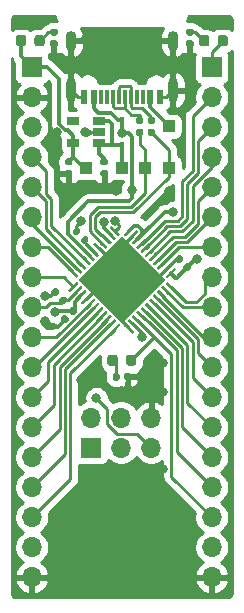
<source format=gbr>
%TF.GenerationSoftware,KiCad,Pcbnew,5.1.6-c6e7f7d~87~ubuntu18.04.1*%
%TF.CreationDate,2020-08-19T11:44:15-04:00*%
%TF.ProjectId,atmegaXu4_breakout,61746d65-6761-4587-9534-5f627265616b,rev?*%
%TF.SameCoordinates,Original*%
%TF.FileFunction,Copper,L1,Top*%
%TF.FilePolarity,Positive*%
%FSLAX46Y46*%
G04 Gerber Fmt 4.6, Leading zero omitted, Abs format (unit mm)*
G04 Created by KiCad (PCBNEW 5.1.6-c6e7f7d~87~ubuntu18.04.1) date 2020-08-19 11:44:15*
%MOMM*%
%LPD*%
G01*
G04 APERTURE LIST*
%TA.AperFunction,ComponentPad*%
%ADD10R,1.000000X1.000000*%
%TD*%
%TA.AperFunction,SMDPad,CuDef*%
%ADD11C,0.100000*%
%TD*%
%TA.AperFunction,ComponentPad*%
%ADD12O,1.700000X1.700000*%
%TD*%
%TA.AperFunction,ComponentPad*%
%ADD13R,1.700000X1.700000*%
%TD*%
%TA.AperFunction,SMDPad,CuDef*%
%ADD14R,1.000000X1.000000*%
%TD*%
%TA.AperFunction,SMDPad,CuDef*%
%ADD15R,1.060000X0.650000*%
%TD*%
%TA.AperFunction,SMDPad,CuDef*%
%ADD16R,0.450000X0.600000*%
%TD*%
%TA.AperFunction,ComponentPad*%
%ADD17O,0.900000X2.000000*%
%TD*%
%TA.AperFunction,ComponentPad*%
%ADD18O,0.900000X1.700000*%
%TD*%
%TA.AperFunction,SMDPad,CuDef*%
%ADD19R,0.300000X1.160000*%
%TD*%
%TA.AperFunction,SMDPad,CuDef*%
%ADD20R,0.600000X1.160000*%
%TD*%
%TA.AperFunction,ViaPad*%
%ADD21C,0.800000*%
%TD*%
%TA.AperFunction,Conductor*%
%ADD22C,0.250000*%
%TD*%
%TA.AperFunction,Conductor*%
%ADD23C,0.350000*%
%TD*%
%TA.AperFunction,Conductor*%
%ADD24C,0.300000*%
%TD*%
%TA.AperFunction,Conductor*%
%ADD25C,0.254000*%
%TD*%
G04 APERTURE END LIST*
D10*
%TO.P,TP5,1*%
%TO.N,+3V3*%
X-3000000Y-8500000D03*
%TD*%
%TO.P,TP4,1*%
%TO.N,+5V*%
X0Y-8500000D03*
%TD*%
%TO.P,TP3,1*%
%TO.N,USB_VBUS*%
X4000000Y-5000000D03*
%TD*%
%TO.P,R6,2*%
%TO.N,+3V3*%
%TA.AperFunction,SMDPad,CuDef*%
G36*
G01*
X-5312375Y-19143674D02*
X-5556327Y-19387625D01*
G75*
G02*
X-5764923Y-19387625I-104298J104298D01*
G01*
X-5973519Y-19179029D01*
G75*
G02*
X-5973519Y-18970433I104298J104298D01*
G01*
X-5729567Y-18726481D01*
G75*
G02*
X-5520971Y-18726481I104298J-104298D01*
G01*
X-5312375Y-18935077D01*
G75*
G02*
X-5312375Y-19143673I-104298J-104298D01*
G01*
G37*
%TD.AperFunction*%
%TO.P,R6,1*%
%TO.N,~RESET*%
%TA.AperFunction,SMDPad,CuDef*%
G36*
G01*
X-4626481Y-19829568D02*
X-4870433Y-20073519D01*
G75*
G02*
X-5079029Y-20073519I-104298J104298D01*
G01*
X-5287625Y-19864923D01*
G75*
G02*
X-5287625Y-19656327I104298J104298D01*
G01*
X-5043673Y-19412375D01*
G75*
G02*
X-4835077Y-19412375I104298J-104298D01*
G01*
X-4626481Y-19620971D01*
G75*
G02*
X-4626481Y-19829567I-104298J-104298D01*
G01*
G37*
%TD.AperFunction*%
%TD*%
%TO.P,C5,2*%
%TO.N,+3V3*%
%TA.AperFunction,SMDPad,CuDef*%
G36*
G01*
X-4243674Y-20987625D02*
X-4487625Y-20743673D01*
G75*
G02*
X-4487625Y-20535077I104298J104298D01*
G01*
X-4279029Y-20326481D01*
G75*
G02*
X-4070433Y-20326481I104298J-104298D01*
G01*
X-3826481Y-20570433D01*
G75*
G02*
X-3826481Y-20779029I-104298J-104298D01*
G01*
X-4035077Y-20987625D01*
G75*
G02*
X-4243673Y-20987625I-104298J104298D01*
G01*
G37*
%TD.AperFunction*%
%TO.P,C5,1*%
%TO.N,GND*%
%TA.AperFunction,SMDPad,CuDef*%
G36*
G01*
X-4929568Y-21673519D02*
X-5173519Y-21429567D01*
G75*
G02*
X-5173519Y-21220971I104298J104298D01*
G01*
X-4964923Y-21012375D01*
G75*
G02*
X-4756327Y-21012375I104298J-104298D01*
G01*
X-4512375Y-21256327D01*
G75*
G02*
X-4512375Y-21464923I-104298J-104298D01*
G01*
X-4720971Y-21673519D01*
G75*
G02*
X-4929567Y-21673519I-104298J104298D01*
G01*
G37*
%TD.AperFunction*%
%TD*%
%TO.P,C4,2*%
%TO.N,+3V3*%
%TA.AperFunction,SMDPad,CuDef*%
G36*
G01*
X5212375Y-16856326D02*
X5456327Y-16612375D01*
G75*
G02*
X5664923Y-16612375I104298J-104298D01*
G01*
X5873519Y-16820971D01*
G75*
G02*
X5873519Y-17029567I-104298J-104298D01*
G01*
X5629567Y-17273519D01*
G75*
G02*
X5420971Y-17273519I-104298J104298D01*
G01*
X5212375Y-17064923D01*
G75*
G02*
X5212375Y-16856327I104298J104298D01*
G01*
G37*
%TD.AperFunction*%
%TO.P,C4,1*%
%TO.N,GND*%
%TA.AperFunction,SMDPad,CuDef*%
G36*
G01*
X4526481Y-16170432D02*
X4770433Y-15926481D01*
G75*
G02*
X4979029Y-15926481I104298J-104298D01*
G01*
X5187625Y-16135077D01*
G75*
G02*
X5187625Y-16343673I-104298J-104298D01*
G01*
X4943673Y-16587625D01*
G75*
G02*
X4735077Y-16587625I-104298J104298D01*
G01*
X4526481Y-16379029D01*
G75*
G02*
X4526481Y-16170433I104298J104298D01*
G01*
G37*
%TD.AperFunction*%
%TD*%
%TO.P,U1,1*%
%TO.N,PE6*%
%TA.AperFunction,SMDPad,CuDef*%
G36*
G01*
X-1016466Y-13536388D02*
X-928078Y-13448000D01*
G75*
G02*
X-839690Y-13448000I44194J-44194D01*
G01*
X-167938Y-14119752D01*
G75*
G02*
X-167938Y-14208140I-44194J-44194D01*
G01*
X-256326Y-14296528D01*
G75*
G02*
X-344714Y-14296528I-44194J44194D01*
G01*
X-1016466Y-13624776D01*
G75*
G02*
X-1016466Y-13536388I44194J44194D01*
G01*
G37*
%TD.AperFunction*%
%TO.P,U1,2*%
%TO.N,USB_VBUS*%
%TA.AperFunction,SMDPad,CuDef*%
G36*
G01*
X-1370019Y-13889942D02*
X-1281631Y-13801554D01*
G75*
G02*
X-1193243Y-13801554I44194J-44194D01*
G01*
X-521491Y-14473306D01*
G75*
G02*
X-521491Y-14561694I-44194J-44194D01*
G01*
X-609879Y-14650082D01*
G75*
G02*
X-698267Y-14650082I-44194J44194D01*
G01*
X-1370019Y-13978330D01*
G75*
G02*
X-1370019Y-13889942I44194J44194D01*
G01*
G37*
%TD.AperFunction*%
%TO.P,U1,3*%
%TO.N,USB_D-*%
%TA.AperFunction,SMDPad,CuDef*%
G36*
G01*
X-1723573Y-14243495D02*
X-1635185Y-14155107D01*
G75*
G02*
X-1546797Y-14155107I44194J-44194D01*
G01*
X-875045Y-14826859D01*
G75*
G02*
X-875045Y-14915247I-44194J-44194D01*
G01*
X-963433Y-15003635D01*
G75*
G02*
X-1051821Y-15003635I-44194J44194D01*
G01*
X-1723573Y-14331883D01*
G75*
G02*
X-1723573Y-14243495I44194J44194D01*
G01*
G37*
%TD.AperFunction*%
%TO.P,U1,4*%
%TO.N,USB_D+*%
%TA.AperFunction,SMDPad,CuDef*%
G36*
G01*
X-2077126Y-14597048D02*
X-1988738Y-14508660D01*
G75*
G02*
X-1900350Y-14508660I44194J-44194D01*
G01*
X-1228598Y-15180412D01*
G75*
G02*
X-1228598Y-15268800I-44194J-44194D01*
G01*
X-1316986Y-15357188D01*
G75*
G02*
X-1405374Y-15357188I-44194J44194D01*
G01*
X-2077126Y-14685436D01*
G75*
G02*
X-2077126Y-14597048I44194J44194D01*
G01*
G37*
%TD.AperFunction*%
%TO.P,U1,5*%
%TO.N,GND*%
%TA.AperFunction,SMDPad,CuDef*%
G36*
G01*
X-2430679Y-14950602D02*
X-2342291Y-14862214D01*
G75*
G02*
X-2253903Y-14862214I44194J-44194D01*
G01*
X-1582151Y-15533966D01*
G75*
G02*
X-1582151Y-15622354I-44194J-44194D01*
G01*
X-1670539Y-15710742D01*
G75*
G02*
X-1758927Y-15710742I-44194J44194D01*
G01*
X-2430679Y-15038990D01*
G75*
G02*
X-2430679Y-14950602I44194J44194D01*
G01*
G37*
%TD.AperFunction*%
%TO.P,U1,6*%
%TO.N,Net-(C2-Pad2)*%
%TA.AperFunction,SMDPad,CuDef*%
G36*
G01*
X-2784233Y-15304155D02*
X-2695845Y-15215767D01*
G75*
G02*
X-2607457Y-15215767I44194J-44194D01*
G01*
X-1935705Y-15887519D01*
G75*
G02*
X-1935705Y-15975907I-44194J-44194D01*
G01*
X-2024093Y-16064295D01*
G75*
G02*
X-2112481Y-16064295I-44194J44194D01*
G01*
X-2784233Y-15392543D01*
G75*
G02*
X-2784233Y-15304155I44194J44194D01*
G01*
G37*
%TD.AperFunction*%
%TO.P,U1,7*%
%TO.N,USB_VBUS*%
%TA.AperFunction,SMDPad,CuDef*%
G36*
G01*
X-3137786Y-15657709D02*
X-3049398Y-15569321D01*
G75*
G02*
X-2961010Y-15569321I44194J-44194D01*
G01*
X-2289258Y-16241073D01*
G75*
G02*
X-2289258Y-16329461I-44194J-44194D01*
G01*
X-2377646Y-16417849D01*
G75*
G02*
X-2466034Y-16417849I-44194J44194D01*
G01*
X-3137786Y-15746097D01*
G75*
G02*
X-3137786Y-15657709I44194J44194D01*
G01*
G37*
%TD.AperFunction*%
%TO.P,U1,8*%
%TO.N,PB0*%
%TA.AperFunction,SMDPad,CuDef*%
G36*
G01*
X-3491340Y-16011262D02*
X-3402952Y-15922874D01*
G75*
G02*
X-3314564Y-15922874I44194J-44194D01*
G01*
X-2642812Y-16594626D01*
G75*
G02*
X-2642812Y-16683014I-44194J-44194D01*
G01*
X-2731200Y-16771402D01*
G75*
G02*
X-2819588Y-16771402I-44194J44194D01*
G01*
X-3491340Y-16099650D01*
G75*
G02*
X-3491340Y-16011262I44194J44194D01*
G01*
G37*
%TD.AperFunction*%
%TO.P,U1,9*%
%TO.N,SPI_SCL*%
%TA.AperFunction,SMDPad,CuDef*%
G36*
G01*
X-3844893Y-16364815D02*
X-3756505Y-16276427D01*
G75*
G02*
X-3668117Y-16276427I44194J-44194D01*
G01*
X-2996365Y-16948179D01*
G75*
G02*
X-2996365Y-17036567I-44194J-44194D01*
G01*
X-3084753Y-17124955D01*
G75*
G02*
X-3173141Y-17124955I-44194J44194D01*
G01*
X-3844893Y-16453203D01*
G75*
G02*
X-3844893Y-16364815I44194J44194D01*
G01*
G37*
%TD.AperFunction*%
%TO.P,U1,10*%
%TO.N,SPI_MOSI*%
%TA.AperFunction,SMDPad,CuDef*%
G36*
G01*
X-4198446Y-16718369D02*
X-4110058Y-16629981D01*
G75*
G02*
X-4021670Y-16629981I44194J-44194D01*
G01*
X-3349918Y-17301733D01*
G75*
G02*
X-3349918Y-17390121I-44194J-44194D01*
G01*
X-3438306Y-17478509D01*
G75*
G02*
X-3526694Y-17478509I-44194J44194D01*
G01*
X-4198446Y-16806757D01*
G75*
G02*
X-4198446Y-16718369I44194J44194D01*
G01*
G37*
%TD.AperFunction*%
%TO.P,U1,11*%
%TO.N,SPI_MISO*%
%TA.AperFunction,SMDPad,CuDef*%
G36*
G01*
X-4552000Y-17071922D02*
X-4463612Y-16983534D01*
G75*
G02*
X-4375224Y-16983534I44194J-44194D01*
G01*
X-3703472Y-17655286D01*
G75*
G02*
X-3703472Y-17743674I-44194J-44194D01*
G01*
X-3791860Y-17832062D01*
G75*
G02*
X-3880248Y-17832062I-44194J44194D01*
G01*
X-4552000Y-17160310D01*
G75*
G02*
X-4552000Y-17071922I44194J44194D01*
G01*
G37*
%TD.AperFunction*%
%TO.P,U1,12*%
%TO.N,PB7*%
%TA.AperFunction,SMDPad,CuDef*%
G36*
G01*
X-4552000Y-18839689D02*
X-3880248Y-18167938D01*
G75*
G02*
X-3791860Y-18167938I44194J-44194D01*
G01*
X-3703472Y-18256326D01*
G75*
G02*
X-3703472Y-18344714I-44194J-44194D01*
G01*
X-4375224Y-19016466D01*
G75*
G02*
X-4463612Y-19016466I-44194J44194D01*
G01*
X-4552000Y-18928078D01*
G75*
G02*
X-4552000Y-18839690I44194J44194D01*
G01*
G37*
%TD.AperFunction*%
%TO.P,U1,13*%
%TO.N,~RESET*%
%TA.AperFunction,SMDPad,CuDef*%
G36*
G01*
X-4198446Y-19193242D02*
X-3526694Y-18521491D01*
G75*
G02*
X-3438306Y-18521491I44194J-44194D01*
G01*
X-3349918Y-18609879D01*
G75*
G02*
X-3349918Y-18698267I-44194J-44194D01*
G01*
X-4021670Y-19370019D01*
G75*
G02*
X-4110058Y-19370019I-44194J44194D01*
G01*
X-4198446Y-19281631D01*
G75*
G02*
X-4198446Y-19193243I44194J44194D01*
G01*
G37*
%TD.AperFunction*%
%TO.P,U1,14*%
%TO.N,+3V3*%
%TA.AperFunction,SMDPad,CuDef*%
G36*
G01*
X-3844893Y-19546796D02*
X-3173141Y-18875045D01*
G75*
G02*
X-3084753Y-18875045I44194J-44194D01*
G01*
X-2996365Y-18963433D01*
G75*
G02*
X-2996365Y-19051821I-44194J-44194D01*
G01*
X-3668117Y-19723573D01*
G75*
G02*
X-3756505Y-19723573I-44194J44194D01*
G01*
X-3844893Y-19635185D01*
G75*
G02*
X-3844893Y-19546797I44194J44194D01*
G01*
G37*
%TD.AperFunction*%
%TO.P,U1,15*%
%TO.N,GND*%
%TA.AperFunction,SMDPad,CuDef*%
G36*
G01*
X-3491340Y-19900349D02*
X-2819588Y-19228598D01*
G75*
G02*
X-2731200Y-19228598I44194J-44194D01*
G01*
X-2642812Y-19316986D01*
G75*
G02*
X-2642812Y-19405374I-44194J-44194D01*
G01*
X-3314564Y-20077126D01*
G75*
G02*
X-3402952Y-20077126I-44194J44194D01*
G01*
X-3491340Y-19988738D01*
G75*
G02*
X-3491340Y-19900350I44194J44194D01*
G01*
G37*
%TD.AperFunction*%
%TO.P,U1,16*%
%TO.N,XTAL2*%
%TA.AperFunction,SMDPad,CuDef*%
G36*
G01*
X-3137786Y-20253902D02*
X-2466034Y-19582151D01*
G75*
G02*
X-2377646Y-19582151I44194J-44194D01*
G01*
X-2289258Y-19670539D01*
G75*
G02*
X-2289258Y-19758927I-44194J-44194D01*
G01*
X-2961010Y-20430679D01*
G75*
G02*
X-3049398Y-20430679I-44194J44194D01*
G01*
X-3137786Y-20342291D01*
G75*
G02*
X-3137786Y-20253903I44194J44194D01*
G01*
G37*
%TD.AperFunction*%
%TO.P,U1,17*%
%TO.N,XTAL1*%
%TA.AperFunction,SMDPad,CuDef*%
G36*
G01*
X-2784233Y-20607456D02*
X-2112481Y-19935705D01*
G75*
G02*
X-2024093Y-19935705I44194J-44194D01*
G01*
X-1935705Y-20024093D01*
G75*
G02*
X-1935705Y-20112481I-44194J-44194D01*
G01*
X-2607457Y-20784233D01*
G75*
G02*
X-2695845Y-20784233I-44194J44194D01*
G01*
X-2784233Y-20695845D01*
G75*
G02*
X-2784233Y-20607457I44194J44194D01*
G01*
G37*
%TD.AperFunction*%
%TO.P,U1,18*%
%TO.N,PD0*%
%TA.AperFunction,SMDPad,CuDef*%
G36*
G01*
X-2430679Y-20961009D02*
X-1758927Y-20289258D01*
G75*
G02*
X-1670539Y-20289258I44194J-44194D01*
G01*
X-1582151Y-20377646D01*
G75*
G02*
X-1582151Y-20466034I-44194J-44194D01*
G01*
X-2253903Y-21137786D01*
G75*
G02*
X-2342291Y-21137786I-44194J44194D01*
G01*
X-2430679Y-21049398D01*
G75*
G02*
X-2430679Y-20961010I44194J44194D01*
G01*
G37*
%TD.AperFunction*%
%TO.P,U1,19*%
%TO.N,PD1*%
%TA.AperFunction,SMDPad,CuDef*%
G36*
G01*
X-2077126Y-21314563D02*
X-1405374Y-20642812D01*
G75*
G02*
X-1316986Y-20642812I44194J-44194D01*
G01*
X-1228598Y-20731200D01*
G75*
G02*
X-1228598Y-20819588I-44194J-44194D01*
G01*
X-1900350Y-21491340D01*
G75*
G02*
X-1988738Y-21491340I-44194J44194D01*
G01*
X-2077126Y-21402952D01*
G75*
G02*
X-2077126Y-21314564I44194J44194D01*
G01*
G37*
%TD.AperFunction*%
%TO.P,U1,20*%
%TO.N,PD2*%
%TA.AperFunction,SMDPad,CuDef*%
G36*
G01*
X-1723573Y-21668116D02*
X-1051821Y-20996365D01*
G75*
G02*
X-963433Y-20996365I44194J-44194D01*
G01*
X-875045Y-21084753D01*
G75*
G02*
X-875045Y-21173141I-44194J-44194D01*
G01*
X-1546797Y-21844893D01*
G75*
G02*
X-1635185Y-21844893I-44194J44194D01*
G01*
X-1723573Y-21756505D01*
G75*
G02*
X-1723573Y-21668117I44194J44194D01*
G01*
G37*
%TD.AperFunction*%
%TO.P,U1,21*%
%TO.N,PD3*%
%TA.AperFunction,SMDPad,CuDef*%
G36*
G01*
X-1370019Y-22021669D02*
X-698267Y-21349918D01*
G75*
G02*
X-609879Y-21349918I44194J-44194D01*
G01*
X-521491Y-21438306D01*
G75*
G02*
X-521491Y-21526694I-44194J-44194D01*
G01*
X-1193243Y-22198446D01*
G75*
G02*
X-1281631Y-22198446I-44194J44194D01*
G01*
X-1370019Y-22110058D01*
G75*
G02*
X-1370019Y-22021670I44194J44194D01*
G01*
G37*
%TD.AperFunction*%
%TO.P,U1,22*%
%TO.N,PD5*%
%TA.AperFunction,SMDPad,CuDef*%
G36*
G01*
X-1016466Y-22375223D02*
X-344714Y-21703472D01*
G75*
G02*
X-256326Y-21703472I44194J-44194D01*
G01*
X-167938Y-21791860D01*
G75*
G02*
X-167938Y-21880248I-44194J-44194D01*
G01*
X-839690Y-22552000D01*
G75*
G02*
X-928078Y-22552000I-44194J44194D01*
G01*
X-1016466Y-22463612D01*
G75*
G02*
X-1016466Y-22375224I44194J44194D01*
G01*
G37*
%TD.AperFunction*%
%TO.P,U1,23*%
%TO.N,GND*%
%TA.AperFunction,SMDPad,CuDef*%
G36*
G01*
X167938Y-21791860D02*
X256326Y-21703472D01*
G75*
G02*
X344714Y-21703472I44194J-44194D01*
G01*
X1016466Y-22375224D01*
G75*
G02*
X1016466Y-22463612I-44194J-44194D01*
G01*
X928078Y-22552000D01*
G75*
G02*
X839690Y-22552000I-44194J44194D01*
G01*
X167938Y-21880248D01*
G75*
G02*
X167938Y-21791860I44194J44194D01*
G01*
G37*
%TD.AperFunction*%
%TO.P,U1,24*%
%TO.N,+3V3*%
%TA.AperFunction,SMDPad,CuDef*%
G36*
G01*
X521491Y-21438306D02*
X609879Y-21349918D01*
G75*
G02*
X698267Y-21349918I44194J-44194D01*
G01*
X1370019Y-22021670D01*
G75*
G02*
X1370019Y-22110058I-44194J-44194D01*
G01*
X1281631Y-22198446D01*
G75*
G02*
X1193243Y-22198446I-44194J44194D01*
G01*
X521491Y-21526694D01*
G75*
G02*
X521491Y-21438306I44194J44194D01*
G01*
G37*
%TD.AperFunction*%
%TO.P,U1,25*%
%TO.N,PD4*%
%TA.AperFunction,SMDPad,CuDef*%
G36*
G01*
X875045Y-21084753D02*
X963433Y-20996365D01*
G75*
G02*
X1051821Y-20996365I44194J-44194D01*
G01*
X1723573Y-21668117D01*
G75*
G02*
X1723573Y-21756505I-44194J-44194D01*
G01*
X1635185Y-21844893D01*
G75*
G02*
X1546797Y-21844893I-44194J44194D01*
G01*
X875045Y-21173141D01*
G75*
G02*
X875045Y-21084753I44194J44194D01*
G01*
G37*
%TD.AperFunction*%
%TO.P,U1,26*%
%TO.N,PD6*%
%TA.AperFunction,SMDPad,CuDef*%
G36*
G01*
X1228598Y-20731200D02*
X1316986Y-20642812D01*
G75*
G02*
X1405374Y-20642812I44194J-44194D01*
G01*
X2077126Y-21314564D01*
G75*
G02*
X2077126Y-21402952I-44194J-44194D01*
G01*
X1988738Y-21491340D01*
G75*
G02*
X1900350Y-21491340I-44194J44194D01*
G01*
X1228598Y-20819588D01*
G75*
G02*
X1228598Y-20731200I44194J44194D01*
G01*
G37*
%TD.AperFunction*%
%TO.P,U1,27*%
%TO.N,PD7*%
%TA.AperFunction,SMDPad,CuDef*%
G36*
G01*
X1582151Y-20377646D02*
X1670539Y-20289258D01*
G75*
G02*
X1758927Y-20289258I44194J-44194D01*
G01*
X2430679Y-20961010D01*
G75*
G02*
X2430679Y-21049398I-44194J-44194D01*
G01*
X2342291Y-21137786D01*
G75*
G02*
X2253903Y-21137786I-44194J44194D01*
G01*
X1582151Y-20466034D01*
G75*
G02*
X1582151Y-20377646I44194J44194D01*
G01*
G37*
%TD.AperFunction*%
%TO.P,U1,28*%
%TO.N,PB4*%
%TA.AperFunction,SMDPad,CuDef*%
G36*
G01*
X1935705Y-20024093D02*
X2024093Y-19935705D01*
G75*
G02*
X2112481Y-19935705I44194J-44194D01*
G01*
X2784233Y-20607457D01*
G75*
G02*
X2784233Y-20695845I-44194J-44194D01*
G01*
X2695845Y-20784233D01*
G75*
G02*
X2607457Y-20784233I-44194J44194D01*
G01*
X1935705Y-20112481D01*
G75*
G02*
X1935705Y-20024093I44194J44194D01*
G01*
G37*
%TD.AperFunction*%
%TO.P,U1,29*%
%TO.N,PB5*%
%TA.AperFunction,SMDPad,CuDef*%
G36*
G01*
X2289258Y-19670539D02*
X2377646Y-19582151D01*
G75*
G02*
X2466034Y-19582151I44194J-44194D01*
G01*
X3137786Y-20253903D01*
G75*
G02*
X3137786Y-20342291I-44194J-44194D01*
G01*
X3049398Y-20430679D01*
G75*
G02*
X2961010Y-20430679I-44194J44194D01*
G01*
X2289258Y-19758927D01*
G75*
G02*
X2289258Y-19670539I44194J44194D01*
G01*
G37*
%TD.AperFunction*%
%TO.P,U1,30*%
%TO.N,PB6*%
%TA.AperFunction,SMDPad,CuDef*%
G36*
G01*
X2642812Y-19316986D02*
X2731200Y-19228598D01*
G75*
G02*
X2819588Y-19228598I44194J-44194D01*
G01*
X3491340Y-19900350D01*
G75*
G02*
X3491340Y-19988738I-44194J-44194D01*
G01*
X3402952Y-20077126D01*
G75*
G02*
X3314564Y-20077126I-44194J44194D01*
G01*
X2642812Y-19405374D01*
G75*
G02*
X2642812Y-19316986I44194J44194D01*
G01*
G37*
%TD.AperFunction*%
%TO.P,U1,31*%
%TO.N,PC6*%
%TA.AperFunction,SMDPad,CuDef*%
G36*
G01*
X2996365Y-18963433D02*
X3084753Y-18875045D01*
G75*
G02*
X3173141Y-18875045I44194J-44194D01*
G01*
X3844893Y-19546797D01*
G75*
G02*
X3844893Y-19635185I-44194J-44194D01*
G01*
X3756505Y-19723573D01*
G75*
G02*
X3668117Y-19723573I-44194J44194D01*
G01*
X2996365Y-19051821D01*
G75*
G02*
X2996365Y-18963433I44194J44194D01*
G01*
G37*
%TD.AperFunction*%
%TO.P,U1,32*%
%TO.N,PC7*%
%TA.AperFunction,SMDPad,CuDef*%
G36*
G01*
X3349918Y-18609879D02*
X3438306Y-18521491D01*
G75*
G02*
X3526694Y-18521491I44194J-44194D01*
G01*
X4198446Y-19193243D01*
G75*
G02*
X4198446Y-19281631I-44194J-44194D01*
G01*
X4110058Y-19370019D01*
G75*
G02*
X4021670Y-19370019I-44194J44194D01*
G01*
X3349918Y-18698267D01*
G75*
G02*
X3349918Y-18609879I44194J44194D01*
G01*
G37*
%TD.AperFunction*%
%TO.P,U1,33*%
%TO.N,PE2*%
%TA.AperFunction,SMDPad,CuDef*%
G36*
G01*
X3703472Y-18256326D02*
X3791860Y-18167938D01*
G75*
G02*
X3880248Y-18167938I44194J-44194D01*
G01*
X4552000Y-18839690D01*
G75*
G02*
X4552000Y-18928078I-44194J-44194D01*
G01*
X4463612Y-19016466D01*
G75*
G02*
X4375224Y-19016466I-44194J44194D01*
G01*
X3703472Y-18344714D01*
G75*
G02*
X3703472Y-18256326I44194J44194D01*
G01*
G37*
%TD.AperFunction*%
%TO.P,U1,34*%
%TO.N,+3V3*%
%TA.AperFunction,SMDPad,CuDef*%
G36*
G01*
X3703472Y-17655285D02*
X4375224Y-16983534D01*
G75*
G02*
X4463612Y-16983534I44194J-44194D01*
G01*
X4552000Y-17071922D01*
G75*
G02*
X4552000Y-17160310I-44194J-44194D01*
G01*
X3880248Y-17832062D01*
G75*
G02*
X3791860Y-17832062I-44194J44194D01*
G01*
X3703472Y-17743674D01*
G75*
G02*
X3703472Y-17655286I44194J44194D01*
G01*
G37*
%TD.AperFunction*%
%TO.P,U1,35*%
%TO.N,GND*%
%TA.AperFunction,SMDPad,CuDef*%
G36*
G01*
X3349918Y-17301732D02*
X4021670Y-16629981D01*
G75*
G02*
X4110058Y-16629981I44194J-44194D01*
G01*
X4198446Y-16718369D01*
G75*
G02*
X4198446Y-16806757I-44194J-44194D01*
G01*
X3526694Y-17478509D01*
G75*
G02*
X3438306Y-17478509I-44194J44194D01*
G01*
X3349918Y-17390121D01*
G75*
G02*
X3349918Y-17301733I44194J44194D01*
G01*
G37*
%TD.AperFunction*%
%TO.P,U1,36*%
%TO.N,PF7*%
%TA.AperFunction,SMDPad,CuDef*%
G36*
G01*
X2996365Y-16948178D02*
X3668117Y-16276427D01*
G75*
G02*
X3756505Y-16276427I44194J-44194D01*
G01*
X3844893Y-16364815D01*
G75*
G02*
X3844893Y-16453203I-44194J-44194D01*
G01*
X3173141Y-17124955D01*
G75*
G02*
X3084753Y-17124955I-44194J44194D01*
G01*
X2996365Y-17036567D01*
G75*
G02*
X2996365Y-16948179I44194J44194D01*
G01*
G37*
%TD.AperFunction*%
%TO.P,U1,37*%
%TO.N,PF6*%
%TA.AperFunction,SMDPad,CuDef*%
G36*
G01*
X2642812Y-16594625D02*
X3314564Y-15922874D01*
G75*
G02*
X3402952Y-15922874I44194J-44194D01*
G01*
X3491340Y-16011262D01*
G75*
G02*
X3491340Y-16099650I-44194J-44194D01*
G01*
X2819588Y-16771402D01*
G75*
G02*
X2731200Y-16771402I-44194J44194D01*
G01*
X2642812Y-16683014D01*
G75*
G02*
X2642812Y-16594626I44194J44194D01*
G01*
G37*
%TD.AperFunction*%
%TO.P,U1,38*%
%TO.N,PF5*%
%TA.AperFunction,SMDPad,CuDef*%
G36*
G01*
X2289258Y-16241072D02*
X2961010Y-15569321D01*
G75*
G02*
X3049398Y-15569321I44194J-44194D01*
G01*
X3137786Y-15657709D01*
G75*
G02*
X3137786Y-15746097I-44194J-44194D01*
G01*
X2466034Y-16417849D01*
G75*
G02*
X2377646Y-16417849I-44194J44194D01*
G01*
X2289258Y-16329461D01*
G75*
G02*
X2289258Y-16241073I44194J44194D01*
G01*
G37*
%TD.AperFunction*%
%TO.P,U1,39*%
%TO.N,PF4*%
%TA.AperFunction,SMDPad,CuDef*%
G36*
G01*
X1935705Y-15887518D02*
X2607457Y-15215767D01*
G75*
G02*
X2695845Y-15215767I44194J-44194D01*
G01*
X2784233Y-15304155D01*
G75*
G02*
X2784233Y-15392543I-44194J-44194D01*
G01*
X2112481Y-16064295D01*
G75*
G02*
X2024093Y-16064295I-44194J44194D01*
G01*
X1935705Y-15975907D01*
G75*
G02*
X1935705Y-15887519I44194J44194D01*
G01*
G37*
%TD.AperFunction*%
%TO.P,U1,40*%
%TO.N,PF1*%
%TA.AperFunction,SMDPad,CuDef*%
G36*
G01*
X1582151Y-15533965D02*
X2253903Y-14862214D01*
G75*
G02*
X2342291Y-14862214I44194J-44194D01*
G01*
X2430679Y-14950602D01*
G75*
G02*
X2430679Y-15038990I-44194J-44194D01*
G01*
X1758927Y-15710742D01*
G75*
G02*
X1670539Y-15710742I-44194J44194D01*
G01*
X1582151Y-15622354D01*
G75*
G02*
X1582151Y-15533966I44194J44194D01*
G01*
G37*
%TD.AperFunction*%
%TO.P,U1,41*%
%TO.N,PF0*%
%TA.AperFunction,SMDPad,CuDef*%
G36*
G01*
X1228598Y-15180411D02*
X1900350Y-14508660D01*
G75*
G02*
X1988738Y-14508660I44194J-44194D01*
G01*
X2077126Y-14597048D01*
G75*
G02*
X2077126Y-14685436I-44194J-44194D01*
G01*
X1405374Y-15357188D01*
G75*
G02*
X1316986Y-15357188I-44194J44194D01*
G01*
X1228598Y-15268800D01*
G75*
G02*
X1228598Y-15180412I44194J44194D01*
G01*
G37*
%TD.AperFunction*%
%TO.P,U1,42*%
%TO.N,+3V3*%
%TA.AperFunction,SMDPad,CuDef*%
G36*
G01*
X875045Y-14826858D02*
X1546797Y-14155107D01*
G75*
G02*
X1635185Y-14155107I44194J-44194D01*
G01*
X1723573Y-14243495D01*
G75*
G02*
X1723573Y-14331883I-44194J-44194D01*
G01*
X1051821Y-15003635D01*
G75*
G02*
X963433Y-15003635I-44194J44194D01*
G01*
X875045Y-14915247D01*
G75*
G02*
X875045Y-14826859I44194J44194D01*
G01*
G37*
%TD.AperFunction*%
%TO.P,U1,43*%
%TO.N,GND*%
%TA.AperFunction,SMDPad,CuDef*%
G36*
G01*
X521491Y-14473305D02*
X1193243Y-13801554D01*
G75*
G02*
X1281631Y-13801554I44194J-44194D01*
G01*
X1370019Y-13889942D01*
G75*
G02*
X1370019Y-13978330I-44194J-44194D01*
G01*
X698267Y-14650082D01*
G75*
G02*
X609879Y-14650082I-44194J44194D01*
G01*
X521491Y-14561694D01*
G75*
G02*
X521491Y-14473306I44194J44194D01*
G01*
G37*
%TD.AperFunction*%
%TO.P,U1,44*%
%TO.N,+3V3*%
%TA.AperFunction,SMDPad,CuDef*%
G36*
G01*
X167938Y-14119751D02*
X839690Y-13448000D01*
G75*
G02*
X928078Y-13448000I44194J-44194D01*
G01*
X1016466Y-13536388D01*
G75*
G02*
X1016466Y-13624776I-44194J-44194D01*
G01*
X344714Y-14296528D01*
G75*
G02*
X256326Y-14296528I-44194J44194D01*
G01*
X167938Y-14208140D01*
G75*
G02*
X167938Y-14119752I44194J44194D01*
G01*
G37*
%TD.AperFunction*%
%TA.AperFunction,SMDPad,CuDef*%
D11*
%TO.P,U1,45*%
%TO.N,GND*%
G36*
X-3676955Y-18000000D02*
G01*
X0Y-14323045D01*
X3676955Y-18000000D01*
X0Y-21676955D01*
X-3676955Y-18000000D01*
G37*
%TD.AperFunction*%
%TD*%
D12*
%TO.P,J4,6*%
%TO.N,GND*%
X2480000Y-29660000D03*
%TO.P,J4,5*%
%TO.N,~RESET*%
X2480000Y-32200000D03*
%TO.P,J4,4*%
%TO.N,SPI_MOSI*%
X-60000Y-29660000D03*
%TO.P,J4,3*%
%TO.N,SPI_SCL*%
X-60000Y-32200000D03*
%TO.P,J4,2*%
%TO.N,+3V3*%
X-2600000Y-29660000D03*
D13*
%TO.P,J4,1*%
%TO.N,SPI_MISO*%
X-2600000Y-32200000D03*
%TD*%
D12*
%TO.P,J3,18*%
%TO.N,GND*%
X7620000Y-43180000D03*
%TO.P,J3,17*%
%TO.N,+3V3*%
X7620000Y-40640000D03*
%TO.P,J3,16*%
%TO.N,PD4*%
X7620000Y-38100000D03*
%TO.P,J3,15*%
%TO.N,PD6*%
X7620000Y-35560000D03*
%TO.P,J3,14*%
%TO.N,PD7*%
X7620000Y-33020000D03*
%TO.P,J3,13*%
%TO.N,PB4*%
X7620000Y-30480000D03*
%TO.P,J3,12*%
%TO.N,PB5*%
X7620000Y-27940000D03*
%TO.P,J3,11*%
%TO.N,PB6*%
X7620000Y-25400000D03*
%TO.P,J3,10*%
%TO.N,PC6*%
X7620000Y-22860000D03*
%TO.P,J3,9*%
%TO.N,PC7*%
X7620000Y-20320000D03*
%TO.P,J3,8*%
%TO.N,PE2*%
X7620000Y-17780000D03*
%TO.P,J3,7*%
%TO.N,PF7*%
X7620000Y-15240000D03*
%TO.P,J3,6*%
%TO.N,PF6*%
X7620000Y-12700000D03*
%TO.P,J3,5*%
%TO.N,PF5*%
X7620000Y-10160000D03*
%TO.P,J3,4*%
%TO.N,PF4*%
X7620000Y-7620000D03*
%TO.P,J3,3*%
%TO.N,PF1*%
X7620000Y-5080000D03*
%TO.P,J3,2*%
%TO.N,PF0*%
X7620000Y-2540000D03*
D13*
%TO.P,J3,1*%
%TO.N,+5V*%
X7620000Y0D03*
%TD*%
D12*
%TO.P,J2,18*%
%TO.N,GND*%
X-7620000Y-43180000D03*
%TO.P,J2,17*%
%TO.N,+3V3*%
X-7620000Y-40640000D03*
%TO.P,J2,16*%
%TO.N,PD5*%
X-7620000Y-38100000D03*
%TO.P,J2,15*%
%TO.N,PD3*%
X-7620000Y-35560000D03*
%TO.P,J2,14*%
%TO.N,PD2*%
X-7620000Y-33020000D03*
%TO.P,J2,13*%
%TO.N,PD1*%
X-7620000Y-30480000D03*
%TO.P,J2,12*%
%TO.N,PD0*%
X-7620000Y-27940000D03*
%TO.P,J2,11*%
%TO.N,XTAL1*%
X-7620000Y-25400000D03*
%TO.P,J2,10*%
%TO.N,XTAL2*%
X-7620000Y-22860000D03*
%TO.P,J2,9*%
%TO.N,~RESET*%
X-7620000Y-20320000D03*
%TO.P,J2,8*%
%TO.N,PB7*%
X-7620000Y-17780000D03*
%TO.P,J2,7*%
%TO.N,SPI_MISO*%
X-7620000Y-15240000D03*
%TO.P,J2,6*%
%TO.N,SPI_MOSI*%
X-7620000Y-12700000D03*
%TO.P,J2,5*%
%TO.N,SPI_SCL*%
X-7620000Y-10160000D03*
%TO.P,J2,4*%
%TO.N,PB0*%
X-7620000Y-7620000D03*
%TO.P,J2,3*%
%TO.N,PE6*%
X-7620000Y-5080000D03*
%TO.P,J2,2*%
%TO.N,GND*%
X-7620000Y-2540000D03*
D13*
%TO.P,J2,1*%
%TO.N,+3V3*%
X-7620000Y0D03*
%TD*%
%TO.P,R5,2*%
%TO.N,Net-(D4-Pad1)*%
%TA.AperFunction,SMDPad,CuDef*%
G36*
G01*
X-190000Y-26027500D02*
X-190000Y-26372500D01*
G75*
G02*
X-337500Y-26520000I-147500J0D01*
G01*
X-632500Y-26520000D01*
G75*
G02*
X-780000Y-26372500I0J147500D01*
G01*
X-780000Y-26027500D01*
G75*
G02*
X-632500Y-25880000I147500J0D01*
G01*
X-337500Y-25880000D01*
G75*
G02*
X-190000Y-26027500I0J-147500D01*
G01*
G37*
%TD.AperFunction*%
%TO.P,R5,1*%
%TO.N,GND*%
%TA.AperFunction,SMDPad,CuDef*%
G36*
G01*
X780000Y-26027500D02*
X780000Y-26372500D01*
G75*
G02*
X632500Y-26520000I-147500J0D01*
G01*
X337500Y-26520000D01*
G75*
G02*
X190000Y-26372500I0J147500D01*
G01*
X190000Y-26027500D01*
G75*
G02*
X337500Y-25880000I147500J0D01*
G01*
X632500Y-25880000D01*
G75*
G02*
X780000Y-26027500I0J-147500D01*
G01*
G37*
%TD.AperFunction*%
%TD*%
%TO.P,R4,2*%
%TO.N,Net-(D3-Pad1)*%
%TA.AperFunction,SMDPad,CuDef*%
G36*
G01*
X-5577500Y2690000D02*
X-5922500Y2690000D01*
G75*
G02*
X-6070000Y2837500I0J147500D01*
G01*
X-6070000Y3132500D01*
G75*
G02*
X-5922500Y3280000I147500J0D01*
G01*
X-5577500Y3280000D01*
G75*
G02*
X-5430000Y3132500I0J-147500D01*
G01*
X-5430000Y2837500D01*
G75*
G02*
X-5577500Y2690000I-147500J0D01*
G01*
G37*
%TD.AperFunction*%
%TO.P,R4,1*%
%TO.N,GND*%
%TA.AperFunction,SMDPad,CuDef*%
G36*
G01*
X-5577500Y1720000D02*
X-5922500Y1720000D01*
G75*
G02*
X-6070000Y1867500I0J147500D01*
G01*
X-6070000Y2162500D01*
G75*
G02*
X-5922500Y2310000I147500J0D01*
G01*
X-5577500Y2310000D01*
G75*
G02*
X-5430000Y2162500I0J-147500D01*
G01*
X-5430000Y1867500D01*
G75*
G02*
X-5577500Y1720000I-147500J0D01*
G01*
G37*
%TD.AperFunction*%
%TD*%
%TO.P,R3,2*%
%TO.N,Net-(D2-Pad1)*%
%TA.AperFunction,SMDPad,CuDef*%
G36*
G01*
X5922500Y2690000D02*
X5577500Y2690000D01*
G75*
G02*
X5430000Y2837500I0J147500D01*
G01*
X5430000Y3132500D01*
G75*
G02*
X5577500Y3280000I147500J0D01*
G01*
X5922500Y3280000D01*
G75*
G02*
X6070000Y3132500I0J-147500D01*
G01*
X6070000Y2837500D01*
G75*
G02*
X5922500Y2690000I-147500J0D01*
G01*
G37*
%TD.AperFunction*%
%TO.P,R3,1*%
%TO.N,GND*%
%TA.AperFunction,SMDPad,CuDef*%
G36*
G01*
X5922500Y1720000D02*
X5577500Y1720000D01*
G75*
G02*
X5430000Y1867500I0J147500D01*
G01*
X5430000Y2162500D01*
G75*
G02*
X5577500Y2310000I147500J0D01*
G01*
X5922500Y2310000D01*
G75*
G02*
X6070000Y2162500I0J-147500D01*
G01*
X6070000Y1867500D01*
G75*
G02*
X5922500Y1720000I-147500J0D01*
G01*
G37*
%TD.AperFunction*%
%TD*%
%TO.P,D4,2*%
%TO.N,PD4*%
%TA.AperFunction,SMDPad,CuDef*%
G36*
G01*
X350000Y-25056250D02*
X350000Y-24543750D01*
G75*
G02*
X568750Y-24325000I218750J0D01*
G01*
X1006250Y-24325000D01*
G75*
G02*
X1225000Y-24543750I0J-218750D01*
G01*
X1225000Y-25056250D01*
G75*
G02*
X1006250Y-25275000I-218750J0D01*
G01*
X568750Y-25275000D01*
G75*
G02*
X350000Y-25056250I0J218750D01*
G01*
G37*
%TD.AperFunction*%
%TO.P,D4,1*%
%TO.N,Net-(D4-Pad1)*%
%TA.AperFunction,SMDPad,CuDef*%
G36*
G01*
X-1225000Y-25056250D02*
X-1225000Y-24543750D01*
G75*
G02*
X-1006250Y-24325000I218750J0D01*
G01*
X-568750Y-24325000D01*
G75*
G02*
X-350000Y-24543750I0J-218750D01*
G01*
X-350000Y-25056250D01*
G75*
G02*
X-568750Y-25275000I-218750J0D01*
G01*
X-1006250Y-25275000D01*
G75*
G02*
X-1225000Y-25056250I0J218750D01*
G01*
G37*
%TD.AperFunction*%
%TD*%
%TO.P,D3,2*%
%TO.N,+3V3*%
%TA.AperFunction,SMDPad,CuDef*%
G36*
G01*
X-8100000Y2506250D02*
X-8100000Y1993750D01*
G75*
G02*
X-8318750Y1775000I-218750J0D01*
G01*
X-8756250Y1775000D01*
G75*
G02*
X-8975000Y1993750I0J218750D01*
G01*
X-8975000Y2506250D01*
G75*
G02*
X-8756250Y2725000I218750J0D01*
G01*
X-8318750Y2725000D01*
G75*
G02*
X-8100000Y2506250I0J-218750D01*
G01*
G37*
%TD.AperFunction*%
%TO.P,D3,1*%
%TO.N,Net-(D3-Pad1)*%
%TA.AperFunction,SMDPad,CuDef*%
G36*
G01*
X-6525000Y2506250D02*
X-6525000Y1993750D01*
G75*
G02*
X-6743750Y1775000I-218750J0D01*
G01*
X-7181250Y1775000D01*
G75*
G02*
X-7400000Y1993750I0J218750D01*
G01*
X-7400000Y2506250D01*
G75*
G02*
X-7181250Y2725000I218750J0D01*
G01*
X-6743750Y2725000D01*
G75*
G02*
X-6525000Y2506250I0J-218750D01*
G01*
G37*
%TD.AperFunction*%
%TD*%
%TO.P,D2,1*%
%TO.N,Net-(D2-Pad1)*%
%TA.AperFunction,SMDPad,CuDef*%
G36*
G01*
X6525000Y1993750D02*
X6525000Y2506250D01*
G75*
G02*
X6743750Y2725000I218750J0D01*
G01*
X7181250Y2725000D01*
G75*
G02*
X7400000Y2506250I0J-218750D01*
G01*
X7400000Y1993750D01*
G75*
G02*
X7181250Y1775000I-218750J0D01*
G01*
X6743750Y1775000D01*
G75*
G02*
X6525000Y1993750I0J218750D01*
G01*
G37*
%TD.AperFunction*%
%TO.P,D2,2*%
%TO.N,+5V*%
%TA.AperFunction,SMDPad,CuDef*%
G36*
G01*
X8100000Y1993750D02*
X8100000Y2506250D01*
G75*
G02*
X8318750Y2725000I218750J0D01*
G01*
X8756250Y2725000D01*
G75*
G02*
X8975000Y2506250I0J-218750D01*
G01*
X8975000Y1993750D01*
G75*
G02*
X8756250Y1775000I-218750J0D01*
G01*
X8318750Y1775000D01*
G75*
G02*
X8100000Y1993750I0J218750D01*
G01*
G37*
%TD.AperFunction*%
%TD*%
D14*
%TO.P,TP2,1*%
%TO.N,USB_D+*%
X2000000Y-8500000D03*
%TD*%
%TO.P,TP1,1*%
%TO.N,USB_D-*%
X4000000Y-8500000D03*
%TD*%
D15*
%TO.P,U2,5*%
%TO.N,+3V3*%
X-4100000Y-6450000D03*
%TO.P,U2,4*%
%TO.N,Net-(U2-Pad4)*%
X-4100000Y-4550000D03*
%TO.P,U2,3*%
%TO.N,+5V*%
X-1900000Y-4550000D03*
%TO.P,U2,2*%
%TO.N,GND*%
X-1900000Y-5500000D03*
%TO.P,U2,1*%
%TO.N,+5V*%
X-1900000Y-6450000D03*
%TD*%
D16*
%TO.P,D1,2*%
%TO.N,USB_VBUS*%
X0Y-4450000D03*
%TO.P,D1,1*%
%TO.N,+5V*%
X0Y-6550000D03*
%TD*%
%TO.P,C3,2*%
%TO.N,+3V3*%
%TA.AperFunction,SMDPad,CuDef*%
G36*
G01*
X-4327500Y-8310000D02*
X-4672500Y-8310000D01*
G75*
G02*
X-4820000Y-8162500I0J147500D01*
G01*
X-4820000Y-7867500D01*
G75*
G02*
X-4672500Y-7720000I147500J0D01*
G01*
X-4327500Y-7720000D01*
G75*
G02*
X-4180000Y-7867500I0J-147500D01*
G01*
X-4180000Y-8162500D01*
G75*
G02*
X-4327500Y-8310000I-147500J0D01*
G01*
G37*
%TD.AperFunction*%
%TO.P,C3,1*%
%TO.N,GND*%
%TA.AperFunction,SMDPad,CuDef*%
G36*
G01*
X-4327500Y-9280000D02*
X-4672500Y-9280000D01*
G75*
G02*
X-4820000Y-9132500I0J147500D01*
G01*
X-4820000Y-8837500D01*
G75*
G02*
X-4672500Y-8690000I147500J0D01*
G01*
X-4327500Y-8690000D01*
G75*
G02*
X-4180000Y-8837500I0J-147500D01*
G01*
X-4180000Y-9132500D01*
G75*
G02*
X-4327500Y-9280000I-147500J0D01*
G01*
G37*
%TD.AperFunction*%
%TD*%
%TO.P,C1,2*%
%TO.N,+5V*%
%TA.AperFunction,SMDPad,CuDef*%
G36*
G01*
X-1327500Y-8310000D02*
X-1672500Y-8310000D01*
G75*
G02*
X-1820000Y-8162500I0J147500D01*
G01*
X-1820000Y-7867500D01*
G75*
G02*
X-1672500Y-7720000I147500J0D01*
G01*
X-1327500Y-7720000D01*
G75*
G02*
X-1180000Y-7867500I0J-147500D01*
G01*
X-1180000Y-8162500D01*
G75*
G02*
X-1327500Y-8310000I-147500J0D01*
G01*
G37*
%TD.AperFunction*%
%TO.P,C1,1*%
%TO.N,GND*%
%TA.AperFunction,SMDPad,CuDef*%
G36*
G01*
X-1327500Y-9280000D02*
X-1672500Y-9280000D01*
G75*
G02*
X-1820000Y-9132500I0J147500D01*
G01*
X-1820000Y-8837500D01*
G75*
G02*
X-1672500Y-8690000I147500J0D01*
G01*
X-1327500Y-8690000D01*
G75*
G02*
X-1180000Y-8837500I0J-147500D01*
G01*
X-1180000Y-9132500D01*
G75*
G02*
X-1327500Y-9280000I-147500J0D01*
G01*
G37*
%TD.AperFunction*%
%TD*%
%TO.P,R2,2*%
%TO.N,Net-(J1-PadA6)*%
%TA.AperFunction,SMDPad,CuDef*%
G36*
G01*
X1672500Y-4810000D02*
X1327500Y-4810000D01*
G75*
G02*
X1180000Y-4662500I0J147500D01*
G01*
X1180000Y-4367500D01*
G75*
G02*
X1327500Y-4220000I147500J0D01*
G01*
X1672500Y-4220000D01*
G75*
G02*
X1820000Y-4367500I0J-147500D01*
G01*
X1820000Y-4662500D01*
G75*
G02*
X1672500Y-4810000I-147500J0D01*
G01*
G37*
%TD.AperFunction*%
%TO.P,R2,1*%
%TO.N,USB_D+*%
%TA.AperFunction,SMDPad,CuDef*%
G36*
G01*
X1672500Y-5780000D02*
X1327500Y-5780000D01*
G75*
G02*
X1180000Y-5632500I0J147500D01*
G01*
X1180000Y-5337500D01*
G75*
G02*
X1327500Y-5190000I147500J0D01*
G01*
X1672500Y-5190000D01*
G75*
G02*
X1820000Y-5337500I0J-147500D01*
G01*
X1820000Y-5632500D01*
G75*
G02*
X1672500Y-5780000I-147500J0D01*
G01*
G37*
%TD.AperFunction*%
%TD*%
%TO.P,R1,2*%
%TO.N,Net-(J1-PadA7)*%
%TA.AperFunction,SMDPad,CuDef*%
G36*
G01*
X2672500Y-4810000D02*
X2327500Y-4810000D01*
G75*
G02*
X2180000Y-4662500I0J147500D01*
G01*
X2180000Y-4367500D01*
G75*
G02*
X2327500Y-4220000I147500J0D01*
G01*
X2672500Y-4220000D01*
G75*
G02*
X2820000Y-4367500I0J-147500D01*
G01*
X2820000Y-4662500D01*
G75*
G02*
X2672500Y-4810000I-147500J0D01*
G01*
G37*
%TD.AperFunction*%
%TO.P,R1,1*%
%TO.N,USB_D-*%
%TA.AperFunction,SMDPad,CuDef*%
G36*
G01*
X2672500Y-5780000D02*
X2327500Y-5780000D01*
G75*
G02*
X2180000Y-5632500I0J147500D01*
G01*
X2180000Y-5337500D01*
G75*
G02*
X2327500Y-5190000I147500J0D01*
G01*
X2672500Y-5190000D01*
G75*
G02*
X2820000Y-5337500I0J-147500D01*
G01*
X2820000Y-5632500D01*
G75*
G02*
X2672500Y-5780000I-147500J0D01*
G01*
G37*
%TD.AperFunction*%
%TD*%
%TO.P,C2,2*%
%TO.N,Net-(C2-Pad2)*%
%TA.AperFunction,SMDPad,CuDef*%
G36*
G01*
X-3487625Y-14506326D02*
X-3243673Y-14262375D01*
G75*
G02*
X-3035077Y-14262375I104298J-104298D01*
G01*
X-2826481Y-14470971D01*
G75*
G02*
X-2826481Y-14679567I-104298J-104298D01*
G01*
X-3070433Y-14923519D01*
G75*
G02*
X-3279029Y-14923519I-104298J104298D01*
G01*
X-3487625Y-14714923D01*
G75*
G02*
X-3487625Y-14506327I104298J104298D01*
G01*
G37*
%TD.AperFunction*%
%TO.P,C2,1*%
%TO.N,GND*%
%TA.AperFunction,SMDPad,CuDef*%
G36*
G01*
X-4173519Y-13820432D02*
X-3929567Y-13576481D01*
G75*
G02*
X-3720971Y-13576481I104298J-104298D01*
G01*
X-3512375Y-13785077D01*
G75*
G02*
X-3512375Y-13993673I-104298J-104298D01*
G01*
X-3756327Y-14237625D01*
G75*
G02*
X-3964923Y-14237625I-104298J104298D01*
G01*
X-4173519Y-14029029D01*
G75*
G02*
X-4173519Y-13820433I104298J104298D01*
G01*
G37*
%TD.AperFunction*%
%TD*%
D17*
%TO.P,J1,S1*%
%TO.N,GND*%
X4320000Y-1930000D03*
X-4320000Y-1930000D03*
D18*
X4320000Y2240000D03*
X-4320000Y2240000D03*
D19*
%TO.P,J1,B7*%
%TO.N,Net-(J1-PadA7)*%
X750000Y-2510000D03*
%TO.P,J1,A6*%
%TO.N,Net-(J1-PadA6)*%
X250000Y-2510000D03*
%TO.P,J1,A7*%
%TO.N,Net-(J1-PadA7)*%
X-250000Y-2510000D03*
%TO.P,J1,B8*%
%TO.N,Net-(J1-PadB8)*%
X1750000Y-2510000D03*
%TO.P,J1,A5*%
%TO.N,Net-(J1-PadA5)*%
X1250000Y-2510000D03*
%TO.P,J1,A8*%
%TO.N,Net-(J1-PadA8)*%
X-1250000Y-2510000D03*
%TO.P,J1,B6*%
%TO.N,Net-(J1-PadA6)*%
X-750000Y-2510000D03*
%TO.P,J1,B5*%
%TO.N,Net-(J1-PadB5)*%
X-1750000Y-2510000D03*
D20*
%TO.P,J1,A4*%
%TO.N,USB_VBUS*%
X2400000Y-2510000D03*
%TO.P,J1,B9*%
X2400000Y-2510000D03*
%TO.P,J1,A1*%
%TO.N,GND*%
X3200000Y-2510000D03*
%TO.P,J1,B12*%
X3200000Y-2510000D03*
%TO.P,J1,B4*%
%TO.N,USB_VBUS*%
X-2400000Y-2510000D03*
%TO.P,J1,B1*%
%TO.N,GND*%
X-3200000Y-2510000D03*
%TO.P,J1,A9*%
%TO.N,USB_VBUS*%
X-2400000Y-2510000D03*
%TO.P,J1,A12*%
%TO.N,GND*%
X-3200000Y-2510000D03*
%TD*%
D21*
%TO.N,GND*%
X4000000Y-10500000D03*
X-3100000Y-5500000D03*
X-500000Y-10500000D03*
X-4500000Y-43000000D03*
X-2500000Y-43000000D03*
X-500000Y-43000000D03*
X1500000Y-43000000D03*
X3500000Y-43000000D03*
X-4500000Y-39500000D03*
X-2500000Y-39500000D03*
X-500000Y-39500000D03*
X1500000Y-39500000D03*
X3500000Y-39500000D03*
X-4500000Y-36500000D03*
X-2500000Y-36500000D03*
X-500000Y-36500000D03*
X1500000Y-36500000D03*
X3500000Y-36500000D03*
X3500000Y-34000000D03*
X1500000Y-34000000D03*
X-500000Y-34000000D03*
X-2500000Y-34000000D03*
X1500000Y-27500000D03*
X3500000Y-27500000D03*
X3500000Y-25000000D03*
X0Y-18000000D03*
X-1414214Y-18000000D03*
X1500000Y-18000000D03*
X0Y-16500000D03*
X0Y-19500000D03*
X-3469669Y-13030331D03*
X-3500000Y-10500000D03*
X-5500000Y-5500000D03*
X1000000Y0D03*
X1000000Y2500000D03*
X-1000000Y0D03*
X-1000000Y2500000D03*
X-3000000Y0D03*
X3000000Y0D03*
X3000000Y2500000D03*
X-3000000Y2500000D03*
X-3500000Y-26500000D03*
X-6500000Y-21500000D03*
X-7500000Y3500000D03*
X7500000Y3500000D03*
%TO.N,USB_VBUS*%
X0Y-5600000D03*
X-1534259Y-13100000D03*
X850001Y-10350001D03*
%TO.N,~RESET*%
X-2149999Y-28000000D03*
%TO.N,+3V3*%
X-5700000Y-20700000D03*
X6400000Y-16200000D03*
X1714034Y-22860660D03*
X-6480417Y-19391630D03*
X4369969Y-12264950D03*
%TO.N,PE6*%
X-539569Y-12997065D03*
%TD*%
D22*
%TO.N,XTAL1*%
X-7470695Y-25400000D02*
X-7620000Y-25400000D01*
X-2430664Y-20359969D02*
X-7470695Y-25400000D01*
X-2359969Y-20359969D02*
X-2430664Y-20359969D01*
%TO.N,GND*%
X-3067076Y-19652862D02*
X-1414214Y-18000000D01*
X0Y-17222198D02*
X0Y-18000000D01*
X-1935720Y-15286478D02*
X0Y-17222198D01*
X-2006415Y-15286478D02*
X-1935720Y-15286478D01*
X592202Y-22057041D02*
X0Y-21464839D01*
X592202Y-22127736D02*
X592202Y-22057041D01*
X945755Y-14225818D02*
X0Y-15171573D01*
X3774182Y-17054245D02*
X2828427Y-18000000D01*
X4571374Y-16257053D02*
X3774182Y-17054245D01*
X4857053Y-16257053D02*
X4571374Y-16257053D01*
X-3740000Y-2510000D02*
X-4320000Y-1930000D01*
X-3200000Y-2510000D02*
X-3740000Y-2510000D01*
X3740000Y-2510000D02*
X4320000Y-1930000D01*
X3200000Y-2510000D02*
X3740000Y-2510000D01*
X0Y-18000000D02*
X-1414214Y-18000000D01*
X0Y-18000000D02*
X1500000Y-18000000D01*
X2828427Y-18000000D02*
X1500000Y-18000000D01*
X0Y-18000000D02*
X0Y-16500000D01*
X0Y-15171573D02*
X0Y-16500000D01*
X0Y-18000000D02*
X0Y-19500000D01*
X0Y-21464839D02*
X0Y-19500000D01*
X-3842947Y-13907053D02*
X-3842947Y-13403609D01*
X-3842947Y-13403609D02*
X-3469669Y-13030331D01*
X-3100000Y-5500000D02*
X-1900000Y-5500000D01*
X-6500000Y-21500000D02*
X-6000000Y-22000000D01*
X-5500000Y-22000000D02*
X-4842947Y-21342947D01*
X-6000000Y-22000000D02*
X-5500000Y-22000000D01*
%TO.N,Net-(C2-Pad2)*%
X-3157053Y-14842947D02*
X-3157053Y-14592947D01*
X-2359969Y-15640031D02*
X-3157053Y-14842947D01*
%TO.N,XTAL2*%
X-5567107Y-22860000D02*
X-7620000Y-22860000D01*
X-2713522Y-20006415D02*
X-5567107Y-22860000D01*
D23*
%TO.N,USB_VBUS*%
X-332122Y-4450000D02*
X0Y-4450000D01*
X-1990001Y-3849999D02*
X-932123Y-3849999D01*
X-2400000Y-3440000D02*
X-1990001Y-3849999D01*
X-932123Y-3849999D02*
X-332122Y-4450000D01*
X-2400000Y-2510000D02*
X-2400000Y-3440000D01*
X4000000Y-4956058D02*
X4000000Y-5000000D01*
X2400000Y-3356058D02*
X4000000Y-4956058D01*
X2400000Y-2510000D02*
X2400000Y-3356058D01*
X0Y-5600000D02*
X0Y-4450000D01*
D24*
X565685Y-5600000D02*
X0Y-5600000D01*
X850001Y-5884316D02*
X565685Y-5600000D01*
X850001Y-11091825D02*
X850001Y-10350001D01*
X-2847045Y-11347045D02*
X594781Y-11347045D01*
X-2713522Y-15993585D02*
X-4566731Y-14140376D01*
X594781Y-11347045D02*
X850001Y-11091825D01*
X-4566731Y-13066731D02*
X-2847045Y-11347045D01*
X-4566731Y-14140376D02*
X-4566731Y-13066731D01*
X850001Y-10350001D02*
X850001Y-5884316D01*
X-1534259Y-13637314D02*
X-1534259Y-13100000D01*
X-945755Y-14225818D02*
X-1534259Y-13637314D01*
D22*
%TO.N,Net-(J1-PadA6)*%
X1500000Y-4515000D02*
X1500000Y-4000000D01*
X250000Y-3461412D02*
X250000Y-2510000D01*
X1500000Y-4000000D02*
X788588Y-4000000D01*
X788588Y-4000000D02*
X250000Y-3461412D01*
X-613590Y-3461412D02*
X250000Y-3461412D01*
X-750000Y-3325002D02*
X-613590Y-3461412D01*
X-750000Y-2510000D02*
X-750000Y-3325002D01*
%TO.N,Net-(J1-PadA7)*%
X1695001Y-3415001D02*
X2500000Y-4220000D01*
X839999Y-3415001D02*
X1695001Y-3415001D01*
X2500000Y-4220000D02*
X2500000Y-4515000D01*
X750000Y-2510000D02*
X750000Y-3325002D01*
X750000Y-3325002D02*
X839999Y-3415001D01*
X-160001Y-1604999D02*
X-250000Y-1694998D01*
X-250000Y-1694998D02*
X-250000Y-2510000D01*
X674999Y-1604999D02*
X-160001Y-1604999D01*
X750000Y-1680000D02*
X674999Y-1604999D01*
X750000Y-2510000D02*
X750000Y-1680000D01*
%TO.N,USB_D-*%
X2500000Y-5485000D02*
X2500000Y-5500000D01*
X4000000Y-7000000D02*
X4000000Y-8500000D01*
X2500000Y-5500000D02*
X4000000Y-7000000D01*
X4000000Y-9250000D02*
X977935Y-12272065D01*
X4000000Y-8500000D02*
X4000000Y-9250000D01*
X-2259259Y-12694362D02*
X-2259259Y-13690115D01*
X977935Y-12272065D02*
X-1836962Y-12272065D01*
X-1836962Y-12272065D02*
X-2259259Y-12694362D01*
X-1678680Y-14200000D02*
X-1299309Y-14579371D01*
X-1749374Y-14200000D02*
X-1678680Y-14200000D01*
X-2259259Y-13690115D02*
X-1749374Y-14200000D01*
%TO.N,USB_D+*%
X1500000Y-5485000D02*
X1500000Y-6500000D01*
X2000000Y-7000000D02*
X2000000Y-8500000D01*
X1500000Y-6500000D02*
X2000000Y-7000000D01*
X-2709269Y-13876517D02*
X-2709268Y-12507961D01*
X-1652862Y-14932924D02*
X-2709269Y-13876517D01*
X-2709268Y-12507961D02*
X-2023362Y-11822055D01*
X-2023362Y-11822055D02*
X791535Y-11822055D01*
X2000000Y-10613590D02*
X2000000Y-8500000D01*
X791535Y-11822055D02*
X2000000Y-10613590D01*
%TO.N,~RESET*%
X-4571374Y-19742947D02*
X-4957053Y-19742947D01*
X-3774182Y-18945755D02*
X-4571374Y-19742947D01*
X-6393002Y-20320000D02*
X-7620000Y-20320000D01*
X-6042223Y-19969221D02*
X-6393002Y-20320000D01*
X-4957053Y-19742947D02*
X-5183327Y-19969221D01*
X-5183327Y-19969221D02*
X-6042223Y-19969221D01*
X-434003Y-31024999D02*
X1304999Y-31024999D01*
X-1235001Y-30224001D02*
X-434003Y-31024999D01*
X1304999Y-31024999D02*
X2480000Y-32200000D01*
X-1235001Y-28914998D02*
X-1235001Y-30224001D01*
X-2149999Y-28000000D02*
X-1235001Y-28914998D01*
%TO.N,SPI_MISO*%
X-4127736Y-17407798D02*
X-4127736Y-17372264D01*
X-6260000Y-15240000D02*
X-7620000Y-15240000D01*
X-4127736Y-17372264D02*
X-6260000Y-15240000D01*
%TO.N,SPI_MOSI*%
X-3774182Y-17054245D02*
X-3809345Y-17054245D01*
X-7620000Y-13243590D02*
X-7620000Y-12700000D01*
X-3809345Y-17054245D02*
X-7620000Y-13243590D01*
%TO.N,SPI_SCL*%
X-3420629Y-16700691D02*
X-6444999Y-13676321D01*
X-6444999Y-11335001D02*
X-7620000Y-10160000D01*
X-6444999Y-13676321D02*
X-6444999Y-11335001D01*
%TO.N,+3V3*%
X-7620000Y0D02*
X-7500000Y0D01*
D23*
X-8537500Y917500D02*
X-7620000Y0D01*
X-8537500Y2250000D02*
X-8537500Y917500D01*
D24*
X-3420629Y-19299309D02*
X-4000000Y-19878680D01*
X4127736Y-17407798D02*
X4519938Y-17800000D01*
X4685894Y-17800000D02*
X5542947Y-16942947D01*
X4519938Y-17800000D02*
X4685894Y-17800000D01*
X-4100000Y-7615000D02*
X-4500000Y-8015000D01*
X-4100000Y-6450000D02*
X-4100000Y-7615000D01*
X-3215000Y-8500000D02*
X-4100000Y-7615000D01*
X-3000000Y-8500000D02*
X-3215000Y-8500000D01*
X6285894Y-16200000D02*
X5542947Y-16942947D01*
X6400000Y-16200000D02*
X6285894Y-16200000D01*
X1714034Y-22507108D02*
X963431Y-21756505D01*
X1714034Y-22860660D02*
X1714034Y-22507108D01*
X-6300000Y0D02*
X-5300000Y-1000000D01*
X-7620000Y0D02*
X-6300000Y0D01*
X-4100000Y-6450000D02*
X-4100000Y-5800000D01*
X-4100000Y-5800000D02*
X-4600000Y-5300000D01*
X-5300000Y-4835002D02*
X-5300000Y-1000000D01*
X-4835002Y-5300000D02*
X-5300000Y-4835002D01*
X-4600000Y-5300000D02*
X-4835002Y-5300000D01*
X-5977524Y-19391630D02*
X-5642947Y-19057053D01*
X-6480417Y-19391630D02*
X-5977524Y-19391630D01*
X1299309Y-14579371D02*
X1334647Y-14579371D01*
X1031228Y-13433238D02*
X592202Y-13872264D01*
X1738335Y-13763268D02*
X1408305Y-13433238D01*
X1738335Y-14175683D02*
X1738335Y-13763268D01*
X1408305Y-13433238D02*
X1031228Y-13433238D01*
X1334647Y-14579371D02*
X1738335Y-14175683D01*
X3613730Y-12264950D02*
X1939340Y-13939340D01*
X4369969Y-12264950D02*
X3613730Y-12264950D01*
X1299309Y-14579371D02*
X1939340Y-13939340D01*
X1939340Y-13939340D02*
X2315589Y-13563091D01*
X-5619163Y-20619163D02*
X-5700000Y-20700000D01*
X-4194943Y-20619163D02*
X-5619163Y-20619163D01*
X-4157053Y-20657053D02*
X-4194943Y-20619163D01*
X-4000000Y-20500000D02*
X-4157053Y-20657053D01*
X-4000000Y-19878680D02*
X-4000000Y-20500000D01*
D22*
%TO.N,PD5*%
X-592202Y-22127736D02*
X-662897Y-22127736D01*
X-4349980Y-25885514D02*
X-592202Y-22127736D01*
X-4349980Y-34829980D02*
X-4349980Y-25885514D01*
X-7620000Y-38100000D02*
X-4349980Y-34829980D01*
%TO.N,PD3*%
X-1016450Y-21774182D02*
X-4799990Y-25557722D01*
X-945755Y-21774182D02*
X-1016450Y-21774182D01*
X-4799990Y-32739990D02*
X-7620000Y-35560000D01*
X-4799990Y-25557722D02*
X-4799990Y-32739990D01*
%TO.N,PD1*%
X-1652862Y-21067076D02*
X-5750000Y-25164214D01*
X-5750000Y-28610000D02*
X-7620000Y-30480000D01*
X-5750000Y-25164214D02*
X-5750000Y-28610000D01*
%TO.N,PD0*%
X-2006415Y-20713522D02*
X-2006415Y-20756415D01*
X-2006415Y-20713522D02*
X-6250000Y-24957107D01*
X-6250000Y-26570000D02*
X-7620000Y-27940000D01*
X-6250000Y-24957107D02*
X-6250000Y-26570000D01*
%TO.N,PB7*%
X-4939938Y-17780000D02*
X-4127736Y-18592202D01*
X-7620000Y-17780000D02*
X-4939938Y-17780000D01*
%TO.N,PB0*%
X-7620000Y-7620000D02*
X-6444999Y-8795001D01*
X-6444999Y-10698591D02*
X-5994989Y-11148601D01*
X-6444999Y-8795001D02*
X-6444999Y-10698591D01*
X-5994989Y-13419225D02*
X-3067076Y-16347138D01*
X-5994989Y-11148601D02*
X-5994989Y-13419225D01*
%TO.N,PE6*%
X-592202Y-13872264D02*
X-200000Y-13480062D01*
X-200000Y-13480062D02*
X-200000Y-13336634D01*
X-200000Y-13336634D02*
X-539569Y-12997065D01*
%TO.N,PD4*%
X4194949Y-34674949D02*
X7620000Y-38100000D01*
X4194949Y-24316269D02*
X4194949Y-34674949D01*
X800000Y-24800000D02*
X2739340Y-22860660D01*
X787500Y-24800000D02*
X800000Y-24800000D01*
X1299309Y-21420629D02*
X2739340Y-22860660D01*
X2739340Y-22860660D02*
X4194949Y-24316269D01*
%TO.N,PD6*%
X2256481Y-21600000D02*
X2327178Y-21600000D01*
X1652862Y-21067076D02*
X1723557Y-21067076D01*
X1723557Y-21067076D02*
X2256481Y-21600000D01*
X2327178Y-21600000D02*
X4644959Y-23917781D01*
X4644959Y-32584959D02*
X7620000Y-35560000D01*
X4644959Y-23917781D02*
X4644959Y-32584959D01*
%TO.N,PD7*%
X2077110Y-20713522D02*
X5094969Y-23731381D01*
X2006415Y-20713522D02*
X2077110Y-20713522D01*
X5094969Y-30494969D02*
X7620000Y-33020000D01*
X5094969Y-23731381D02*
X5094969Y-30494969D01*
%TO.N,PB4*%
X2359969Y-20359969D02*
X5544979Y-23544979D01*
X5544979Y-28404979D02*
X7620000Y-30480000D01*
X5544979Y-23544979D02*
X5544979Y-28404979D01*
%TO.N,PB5*%
X2784220Y-20006415D02*
X5994989Y-23217184D01*
X2713522Y-20006415D02*
X2784220Y-20006415D01*
X5994989Y-26314989D02*
X7620000Y-27940000D01*
X5994989Y-23217184D02*
X5994989Y-26314989D01*
%TO.N,PB6*%
X6444999Y-24224999D02*
X7620000Y-25400000D01*
X6444999Y-23030783D02*
X6444999Y-24224999D01*
X3067076Y-19652862D02*
X6444999Y-23030783D01*
%TO.N,PC6*%
X6910626Y-22860000D02*
X7620000Y-22860000D01*
X3420629Y-19370003D02*
X6910626Y-22860000D01*
X3420629Y-19299309D02*
X3420629Y-19370003D01*
%TO.N,PC7*%
X5148427Y-20320000D02*
X7620000Y-20320000D01*
X3774182Y-18945755D02*
X5148427Y-20320000D01*
%TO.N,PE2*%
X7000000Y-19200998D02*
X6400998Y-19800000D01*
X7620000Y-17780000D02*
X7000000Y-18400000D01*
X7000000Y-18400000D02*
X7000000Y-19200998D01*
X6400000Y-19800000D02*
X6330010Y-19869990D01*
X6400998Y-19800000D02*
X6400000Y-19800000D01*
X5405524Y-19869990D02*
X4127736Y-18592202D01*
X6330010Y-19869990D02*
X5405524Y-19869990D01*
%TO.N,PF7*%
X3420629Y-16629997D02*
X4810626Y-15240000D01*
X4810626Y-15240000D02*
X7620000Y-15240000D01*
X3420629Y-16700691D02*
X3420629Y-16629997D01*
%TO.N,PF6*%
X5530010Y-14789990D02*
X7620000Y-12700000D01*
X4624226Y-14789990D02*
X5530010Y-14789990D01*
X3067076Y-16347138D02*
X4624226Y-14789990D01*
%TO.N,PF5*%
X6444999Y-13238591D02*
X6444999Y-11335001D01*
X5343610Y-14339980D02*
X6444999Y-13238591D01*
X4296432Y-14339980D02*
X5343610Y-14339980D01*
X6444999Y-11335001D02*
X7620000Y-10160000D01*
X2713522Y-15922890D02*
X4296432Y-14339980D01*
X2713522Y-15993585D02*
X2713522Y-15922890D01*
%TO.N,PF4*%
X5110030Y-13889970D02*
X5994989Y-13005011D01*
X5994989Y-10046009D02*
X7620000Y-8420998D01*
X4110032Y-13889970D02*
X5110030Y-13889970D01*
X5994989Y-13005011D02*
X5994989Y-10046009D01*
X2359969Y-15640031D02*
X4110032Y-13889970D01*
X7620000Y-8420998D02*
X7620000Y-7620000D01*
%TO.N,PF1*%
X6444999Y-8955001D02*
X6444999Y-6255001D01*
X5544979Y-9855021D02*
X6444999Y-8955001D01*
X5544979Y-12818611D02*
X5544979Y-9855021D01*
X3852933Y-13439960D02*
X4923630Y-13439960D01*
X6444999Y-6255001D02*
X7620000Y-5080000D01*
X2006415Y-15286478D02*
X3852933Y-13439960D01*
X4923630Y-13439960D02*
X5544979Y-12818611D01*
%TO.N,PF0*%
X5094970Y-9668620D02*
X5994989Y-8768601D01*
X1723557Y-14932924D02*
X3666533Y-12989950D01*
X5994989Y-8768601D02*
X5994989Y-4165011D01*
X1652862Y-14932924D02*
X1723557Y-14932924D01*
X3666533Y-12989950D02*
X4737230Y-12989950D01*
X5094969Y-12632211D02*
X5094970Y-9668620D01*
X4737230Y-12989950D02*
X5094969Y-12632211D01*
X5994989Y-4165011D02*
X7620000Y-2540000D01*
%TO.N,+5V*%
X7620000Y1332500D02*
X8537500Y2250000D01*
X7620000Y0D02*
X7620000Y1332500D01*
D23*
X-1800000Y-6550000D02*
X-1900000Y-6450000D01*
X0Y-8500000D02*
X0Y-6550000D01*
X-1500000Y-8015000D02*
X-1500000Y-7700000D01*
X-1900000Y-7300000D02*
X-1900000Y-6450000D01*
X-1500000Y-7700000D02*
X-1900000Y-7300000D01*
D24*
X-1070000Y-4550000D02*
X-850000Y-4770000D01*
X-1900000Y-4550000D02*
X-1070000Y-4550000D01*
D23*
X0Y-6550000D02*
X-850000Y-6550000D01*
D24*
X-850000Y-4770000D02*
X-850000Y-6550000D01*
D23*
X-850000Y-6550000D02*
X-1800000Y-6550000D01*
D22*
%TO.N,PD2*%
X-1299309Y-21420629D02*
X-5250000Y-25371320D01*
X-5250000Y-30650000D02*
X-7620000Y-33020000D01*
X-5250000Y-25371320D02*
X-5250000Y-30650000D01*
%TO.N,Net-(D2-Pad1)*%
X6227500Y2985000D02*
X6962500Y2250000D01*
X5750000Y2985000D02*
X6227500Y2985000D01*
%TO.N,Net-(D3-Pad1)*%
X-6227500Y2985000D02*
X-5750000Y2985000D01*
X-6962500Y2250000D02*
X-6227500Y2985000D01*
%TO.N,Net-(D4-Pad1)*%
X-485000Y-25102500D02*
X-787500Y-24800000D01*
X-485000Y-26200000D02*
X-485000Y-25102500D01*
%TD*%
D25*
%TO.N,GND*%
G36*
X9340000Y-44467721D02*
G01*
X9330420Y-44565424D01*
X9311420Y-44628357D01*
X9280554Y-44686406D01*
X9239011Y-44737343D01*
X9188356Y-44779248D01*
X9130529Y-44810515D01*
X9067728Y-44829956D01*
X8972165Y-44840000D01*
X-8967721Y-44840000D01*
X-9065424Y-44830420D01*
X-9128357Y-44811420D01*
X-9186406Y-44780554D01*
X-9237343Y-44739011D01*
X-9279248Y-44688356D01*
X-9310515Y-44630529D01*
X-9329956Y-44567728D01*
X-9340000Y-44472165D01*
X-9340000Y-43536890D01*
X-9061476Y-43536890D01*
X-9016825Y-43684099D01*
X-8891641Y-43946920D01*
X-8717588Y-44180269D01*
X-8501355Y-44375178D01*
X-8251252Y-44524157D01*
X-7976891Y-44621481D01*
X-7747000Y-44500814D01*
X-7747000Y-43307000D01*
X-7493000Y-43307000D01*
X-7493000Y-44500814D01*
X-7263109Y-44621481D01*
X-6988748Y-44524157D01*
X-6738645Y-44375178D01*
X-6522412Y-44180269D01*
X-6348359Y-43946920D01*
X-6223175Y-43684099D01*
X-6178524Y-43536890D01*
X6178524Y-43536890D01*
X6223175Y-43684099D01*
X6348359Y-43946920D01*
X6522412Y-44180269D01*
X6738645Y-44375178D01*
X6988748Y-44524157D01*
X7263109Y-44621481D01*
X7493000Y-44500814D01*
X7493000Y-43307000D01*
X7747000Y-43307000D01*
X7747000Y-44500814D01*
X7976891Y-44621481D01*
X8251252Y-44524157D01*
X8501355Y-44375178D01*
X8717588Y-44180269D01*
X8891641Y-43946920D01*
X9016825Y-43684099D01*
X9061476Y-43536890D01*
X8940155Y-43307000D01*
X7747000Y-43307000D01*
X7493000Y-43307000D01*
X6299845Y-43307000D01*
X6178524Y-43536890D01*
X-6178524Y-43536890D01*
X-6299845Y-43307000D01*
X-7493000Y-43307000D01*
X-7747000Y-43307000D01*
X-8940155Y-43307000D01*
X-9061476Y-43536890D01*
X-9340000Y-43536890D01*
X-9340000Y801569D01*
X-9335779Y758712D01*
X-9326691Y728754D01*
X-9289462Y606027D01*
X-9214249Y465311D01*
X-9180572Y424276D01*
X-9113027Y341972D01*
X-9108072Y337906D01*
X-9108072Y-850000D01*
X-9095812Y-974482D01*
X-9059502Y-1094180D01*
X-9000537Y-1204494D01*
X-8921185Y-1301185D01*
X-8824494Y-1380537D01*
X-8714180Y-1439502D01*
X-8633534Y-1463966D01*
X-8717588Y-1539731D01*
X-8891641Y-1773080D01*
X-9016825Y-2035901D01*
X-9061476Y-2183110D01*
X-8940155Y-2413000D01*
X-7747000Y-2413000D01*
X-7747000Y-2393000D01*
X-7493000Y-2393000D01*
X-7493000Y-2413000D01*
X-6299845Y-2413000D01*
X-6178524Y-2183110D01*
X-6223175Y-2035901D01*
X-6348359Y-1773080D01*
X-6522412Y-1539731D01*
X-6606466Y-1463966D01*
X-6525820Y-1439502D01*
X-6415506Y-1380537D01*
X-6318815Y-1301185D01*
X-6239463Y-1204494D01*
X-6227689Y-1182468D01*
X-6084999Y-1325158D01*
X-6085000Y-4796449D01*
X-6088797Y-4835002D01*
X-6085000Y-4873555D01*
X-6085000Y-4873562D01*
X-6073641Y-4988888D01*
X-6028754Y-5136861D01*
X-5955862Y-5273234D01*
X-5857764Y-5392766D01*
X-5827810Y-5417349D01*
X-5417349Y-5827810D01*
X-5392766Y-5857764D01*
X-5273235Y-5955862D01*
X-5246587Y-5970106D01*
X-5255812Y-6000518D01*
X-5268072Y-6125000D01*
X-5268072Y-6775000D01*
X-5255812Y-6899482D01*
X-5219502Y-7019180D01*
X-5160537Y-7129494D01*
X-5096416Y-7207626D01*
X-5108940Y-7214321D01*
X-5227983Y-7312017D01*
X-5325679Y-7431060D01*
X-5398274Y-7566875D01*
X-5442977Y-7714243D01*
X-5458072Y-7867500D01*
X-5458072Y-8162500D01*
X-5442977Y-8315757D01*
X-5405688Y-8438684D01*
X-5409502Y-8445820D01*
X-5445812Y-8565518D01*
X-5458072Y-8690000D01*
X-5455000Y-8699250D01*
X-5296250Y-8858000D01*
X-5029763Y-8858000D01*
X-4973125Y-8888274D01*
X-4825757Y-8932977D01*
X-4672500Y-8948072D01*
X-4353000Y-8948072D01*
X-4353000Y-9112000D01*
X-4373000Y-9112000D01*
X-4373000Y-9756250D01*
X-4214250Y-9915000D01*
X-4180000Y-9918072D01*
X-4055518Y-9905812D01*
X-3935820Y-9869502D01*
X-3825506Y-9810537D01*
X-3728815Y-9731185D01*
X-3649463Y-9634494D01*
X-3641984Y-9620503D01*
X-3624482Y-9625812D01*
X-3500000Y-9638072D01*
X-2500000Y-9638072D01*
X-2375518Y-9625812D01*
X-2358016Y-9620503D01*
X-2350537Y-9634494D01*
X-2271185Y-9731185D01*
X-2174494Y-9810537D01*
X-2064180Y-9869502D01*
X-1944482Y-9905812D01*
X-1820000Y-9918072D01*
X-1785750Y-9915000D01*
X-1627000Y-9756250D01*
X-1627000Y-9112000D01*
X-1647000Y-9112000D01*
X-1647000Y-8948072D01*
X-1353000Y-8948072D01*
X-1353000Y-9112000D01*
X-1373000Y-9112000D01*
X-1373000Y-9756250D01*
X-1214250Y-9915000D01*
X-1180000Y-9918072D01*
X-1055518Y-9905812D01*
X-935820Y-9869502D01*
X-825506Y-9810537D01*
X-728815Y-9731185D01*
X-649463Y-9634494D01*
X-641984Y-9620503D01*
X-624482Y-9625812D01*
X-500000Y-9638072D01*
X65001Y-9638072D01*
X65001Y-9671290D01*
X46064Y-9690227D01*
X-67204Y-9859745D01*
X-145225Y-10048103D01*
X-184999Y-10248062D01*
X-184999Y-10451940D01*
X-163098Y-10562045D01*
X-2808493Y-10562045D01*
X-2847046Y-10558248D01*
X-2885599Y-10562045D01*
X-2885606Y-10562045D01*
X-2979814Y-10571324D01*
X-3000933Y-10573404D01*
X-3035373Y-10583851D01*
X-3148905Y-10618291D01*
X-3285278Y-10691183D01*
X-3325661Y-10724325D01*
X-3374858Y-10764700D01*
X-3374861Y-10764703D01*
X-3404809Y-10789281D01*
X-3429387Y-10819229D01*
X-5094546Y-12484389D01*
X-5124494Y-12508967D01*
X-5149072Y-12538915D01*
X-5149076Y-12538919D01*
X-5175451Y-12571057D01*
X-5222592Y-12628498D01*
X-5234989Y-12651691D01*
X-5234989Y-11185923D01*
X-5231313Y-11148600D01*
X-5234989Y-11111277D01*
X-5234989Y-11111268D01*
X-5245986Y-10999615D01*
X-5289443Y-10856354D01*
X-5360015Y-10724325D01*
X-5454988Y-10608600D01*
X-5483991Y-10584798D01*
X-5684999Y-10383790D01*
X-5684999Y-9280000D01*
X-5458072Y-9280000D01*
X-5445812Y-9404482D01*
X-5409502Y-9524180D01*
X-5350537Y-9634494D01*
X-5271185Y-9731185D01*
X-5174494Y-9810537D01*
X-5064180Y-9869502D01*
X-4944482Y-9905812D01*
X-4820000Y-9918072D01*
X-4785750Y-9915000D01*
X-4627000Y-9756250D01*
X-4627000Y-9112000D01*
X-5296250Y-9112000D01*
X-5455000Y-9270750D01*
X-5458072Y-9280000D01*
X-5684999Y-9280000D01*
X-5684999Y-8832323D01*
X-5681323Y-8795000D01*
X-5684999Y-8757677D01*
X-5684999Y-8757668D01*
X-5695996Y-8646015D01*
X-5739453Y-8502754D01*
X-5810025Y-8370725D01*
X-5904998Y-8255000D01*
X-5933995Y-8231203D01*
X-6178790Y-7986408D01*
X-6135000Y-7766260D01*
X-6135000Y-7473740D01*
X-6192068Y-7186842D01*
X-6304010Y-6916589D01*
X-6466525Y-6673368D01*
X-6673368Y-6466525D01*
X-6847760Y-6350000D01*
X-6673368Y-6233475D01*
X-6466525Y-6026632D01*
X-6304010Y-5783411D01*
X-6192068Y-5513158D01*
X-6135000Y-5226260D01*
X-6135000Y-4933740D01*
X-6192068Y-4646842D01*
X-6304010Y-4376589D01*
X-6466525Y-4133368D01*
X-6673368Y-3926525D01*
X-6855534Y-3804805D01*
X-6738645Y-3735178D01*
X-6522412Y-3540269D01*
X-6348359Y-3306920D01*
X-6223175Y-3044099D01*
X-6178524Y-2896890D01*
X-6299845Y-2667000D01*
X-7493000Y-2667000D01*
X-7493000Y-2687000D01*
X-7747000Y-2687000D01*
X-7747000Y-2667000D01*
X-8940155Y-2667000D01*
X-9061476Y-2896890D01*
X-9016825Y-3044099D01*
X-8891641Y-3306920D01*
X-8717588Y-3540269D01*
X-8501355Y-3735178D01*
X-8384466Y-3804805D01*
X-8566632Y-3926525D01*
X-8773475Y-4133368D01*
X-8935990Y-4376589D01*
X-9047932Y-4646842D01*
X-9105000Y-4933740D01*
X-9105000Y-5226260D01*
X-9047932Y-5513158D01*
X-8935990Y-5783411D01*
X-8773475Y-6026632D01*
X-8566632Y-6233475D01*
X-8392240Y-6350000D01*
X-8566632Y-6466525D01*
X-8773475Y-6673368D01*
X-8935990Y-6916589D01*
X-9047932Y-7186842D01*
X-9105000Y-7473740D01*
X-9105000Y-7766260D01*
X-9047932Y-8053158D01*
X-8935990Y-8323411D01*
X-8773475Y-8566632D01*
X-8566632Y-8773475D01*
X-8392240Y-8890000D01*
X-8566632Y-9006525D01*
X-8773475Y-9213368D01*
X-8935990Y-9456589D01*
X-9047932Y-9726842D01*
X-9105000Y-10013740D01*
X-9105000Y-10306260D01*
X-9047932Y-10593158D01*
X-8935990Y-10863411D01*
X-8773475Y-11106632D01*
X-8566632Y-11313475D01*
X-8392240Y-11430000D01*
X-8566632Y-11546525D01*
X-8773475Y-11753368D01*
X-8935990Y-11996589D01*
X-9047932Y-12266842D01*
X-9105000Y-12553740D01*
X-9105000Y-12846260D01*
X-9047932Y-13133158D01*
X-8935990Y-13403411D01*
X-8773475Y-13646632D01*
X-8566632Y-13853475D01*
X-8392240Y-13970000D01*
X-8566632Y-14086525D01*
X-8773475Y-14293368D01*
X-8935990Y-14536589D01*
X-9047932Y-14806842D01*
X-9105000Y-15093740D01*
X-9105000Y-15386260D01*
X-9047932Y-15673158D01*
X-8935990Y-15943411D01*
X-8773475Y-16186632D01*
X-8566632Y-16393475D01*
X-8392240Y-16510000D01*
X-8566632Y-16626525D01*
X-8773475Y-16833368D01*
X-8935990Y-17076589D01*
X-9047932Y-17346842D01*
X-9105000Y-17633740D01*
X-9105000Y-17926260D01*
X-9047932Y-18213158D01*
X-8935990Y-18483411D01*
X-8773475Y-18726632D01*
X-8566632Y-18933475D01*
X-8392240Y-19050000D01*
X-8566632Y-19166525D01*
X-8773475Y-19373368D01*
X-8935990Y-19616589D01*
X-9047932Y-19886842D01*
X-9105000Y-20173740D01*
X-9105000Y-20466260D01*
X-9047932Y-20753158D01*
X-8935990Y-21023411D01*
X-8773475Y-21266632D01*
X-8566632Y-21473475D01*
X-8392240Y-21590000D01*
X-8566632Y-21706525D01*
X-8773475Y-21913368D01*
X-8935990Y-22156589D01*
X-9047932Y-22426842D01*
X-9105000Y-22713740D01*
X-9105000Y-23006260D01*
X-9047932Y-23293158D01*
X-8935990Y-23563411D01*
X-8773475Y-23806632D01*
X-8566632Y-24013475D01*
X-8392240Y-24130000D01*
X-8566632Y-24246525D01*
X-8773475Y-24453368D01*
X-8935990Y-24696589D01*
X-9047932Y-24966842D01*
X-9105000Y-25253740D01*
X-9105000Y-25546260D01*
X-9047932Y-25833158D01*
X-8935990Y-26103411D01*
X-8773475Y-26346632D01*
X-8566632Y-26553475D01*
X-8392240Y-26670000D01*
X-8566632Y-26786525D01*
X-8773475Y-26993368D01*
X-8935990Y-27236589D01*
X-9047932Y-27506842D01*
X-9105000Y-27793740D01*
X-9105000Y-28086260D01*
X-9047932Y-28373158D01*
X-8935990Y-28643411D01*
X-8773475Y-28886632D01*
X-8566632Y-29093475D01*
X-8392240Y-29210000D01*
X-8566632Y-29326525D01*
X-8773475Y-29533368D01*
X-8935990Y-29776589D01*
X-9047932Y-30046842D01*
X-9105000Y-30333740D01*
X-9105000Y-30626260D01*
X-9047932Y-30913158D01*
X-8935990Y-31183411D01*
X-8773475Y-31426632D01*
X-8566632Y-31633475D01*
X-8392240Y-31750000D01*
X-8566632Y-31866525D01*
X-8773475Y-32073368D01*
X-8935990Y-32316589D01*
X-9047932Y-32586842D01*
X-9105000Y-32873740D01*
X-9105000Y-33166260D01*
X-9047932Y-33453158D01*
X-8935990Y-33723411D01*
X-8773475Y-33966632D01*
X-8566632Y-34173475D01*
X-8392240Y-34290000D01*
X-8566632Y-34406525D01*
X-8773475Y-34613368D01*
X-8935990Y-34856589D01*
X-9047932Y-35126842D01*
X-9105000Y-35413740D01*
X-9105000Y-35706260D01*
X-9047932Y-35993158D01*
X-8935990Y-36263411D01*
X-8773475Y-36506632D01*
X-8566632Y-36713475D01*
X-8392240Y-36830000D01*
X-8566632Y-36946525D01*
X-8773475Y-37153368D01*
X-8935990Y-37396589D01*
X-9047932Y-37666842D01*
X-9105000Y-37953740D01*
X-9105000Y-38246260D01*
X-9047932Y-38533158D01*
X-8935990Y-38803411D01*
X-8773475Y-39046632D01*
X-8566632Y-39253475D01*
X-8392240Y-39370000D01*
X-8566632Y-39486525D01*
X-8773475Y-39693368D01*
X-8935990Y-39936589D01*
X-9047932Y-40206842D01*
X-9105000Y-40493740D01*
X-9105000Y-40786260D01*
X-9047932Y-41073158D01*
X-8935990Y-41343411D01*
X-8773475Y-41586632D01*
X-8566632Y-41793475D01*
X-8384466Y-41915195D01*
X-8501355Y-41984822D01*
X-8717588Y-42179731D01*
X-8891641Y-42413080D01*
X-9016825Y-42675901D01*
X-9061476Y-42823110D01*
X-8940155Y-43053000D01*
X-7747000Y-43053000D01*
X-7747000Y-43033000D01*
X-7493000Y-43033000D01*
X-7493000Y-43053000D01*
X-6299845Y-43053000D01*
X-6178524Y-42823110D01*
X-6223175Y-42675901D01*
X-6348359Y-42413080D01*
X-6522412Y-42179731D01*
X-6738645Y-41984822D01*
X-6855534Y-41915195D01*
X-6673368Y-41793475D01*
X-6466525Y-41586632D01*
X-6304010Y-41343411D01*
X-6192068Y-41073158D01*
X-6135000Y-40786260D01*
X-6135000Y-40493740D01*
X-6192068Y-40206842D01*
X-6304010Y-39936589D01*
X-6466525Y-39693368D01*
X-6673368Y-39486525D01*
X-6847760Y-39370000D01*
X-6673368Y-39253475D01*
X-6466525Y-39046632D01*
X-6304010Y-38803411D01*
X-6192068Y-38533158D01*
X-6135000Y-38246260D01*
X-6135000Y-37953740D01*
X-6178791Y-37733592D01*
X-3838976Y-35393778D01*
X-3809979Y-35369981D01*
X-3715006Y-35254256D01*
X-3644434Y-35122227D01*
X-3600977Y-34978966D01*
X-3589980Y-34867313D01*
X-3589980Y-34867305D01*
X-3586304Y-34829980D01*
X-3589980Y-34792655D01*
X-3589980Y-33671111D01*
X-3574482Y-33675812D01*
X-3450000Y-33688072D01*
X-1750000Y-33688072D01*
X-1625518Y-33675812D01*
X-1505820Y-33639502D01*
X-1395506Y-33580537D01*
X-1298815Y-33501185D01*
X-1219463Y-33404494D01*
X-1160498Y-33294180D01*
X-1138487Y-33221620D01*
X-1006632Y-33353475D01*
X-763411Y-33515990D01*
X-493158Y-33627932D01*
X-206260Y-33685000D01*
X86260Y-33685000D01*
X373158Y-33627932D01*
X643411Y-33515990D01*
X886632Y-33353475D01*
X1093475Y-33146632D01*
X1210000Y-32972240D01*
X1326525Y-33146632D01*
X1533368Y-33353475D01*
X1776589Y-33515990D01*
X2046842Y-33627932D01*
X2333740Y-33685000D01*
X2626260Y-33685000D01*
X2913158Y-33627932D01*
X3183411Y-33515990D01*
X3426632Y-33353475D01*
X3434950Y-33345157D01*
X3434950Y-34637617D01*
X3431273Y-34674949D01*
X3445947Y-34823934D01*
X3489403Y-34967195D01*
X3559975Y-35099225D01*
X3631150Y-35185951D01*
X3654949Y-35214950D01*
X3683947Y-35238748D01*
X6178790Y-37733592D01*
X6135000Y-37953740D01*
X6135000Y-38246260D01*
X6192068Y-38533158D01*
X6304010Y-38803411D01*
X6466525Y-39046632D01*
X6673368Y-39253475D01*
X6847760Y-39370000D01*
X6673368Y-39486525D01*
X6466525Y-39693368D01*
X6304010Y-39936589D01*
X6192068Y-40206842D01*
X6135000Y-40493740D01*
X6135000Y-40786260D01*
X6192068Y-41073158D01*
X6304010Y-41343411D01*
X6466525Y-41586632D01*
X6673368Y-41793475D01*
X6855534Y-41915195D01*
X6738645Y-41984822D01*
X6522412Y-42179731D01*
X6348359Y-42413080D01*
X6223175Y-42675901D01*
X6178524Y-42823110D01*
X6299845Y-43053000D01*
X7493000Y-43053000D01*
X7493000Y-43033000D01*
X7747000Y-43033000D01*
X7747000Y-43053000D01*
X8940155Y-43053000D01*
X9061476Y-42823110D01*
X9016825Y-42675901D01*
X8891641Y-42413080D01*
X8717588Y-42179731D01*
X8501355Y-41984822D01*
X8384466Y-41915195D01*
X8566632Y-41793475D01*
X8773475Y-41586632D01*
X8935990Y-41343411D01*
X9047932Y-41073158D01*
X9105000Y-40786260D01*
X9105000Y-40493740D01*
X9047932Y-40206842D01*
X8935990Y-39936589D01*
X8773475Y-39693368D01*
X8566632Y-39486525D01*
X8392240Y-39370000D01*
X8566632Y-39253475D01*
X8773475Y-39046632D01*
X8935990Y-38803411D01*
X9047932Y-38533158D01*
X9105000Y-38246260D01*
X9105000Y-37953740D01*
X9047932Y-37666842D01*
X8935990Y-37396589D01*
X8773475Y-37153368D01*
X8566632Y-36946525D01*
X8392240Y-36830000D01*
X8566632Y-36713475D01*
X8773475Y-36506632D01*
X8935990Y-36263411D01*
X9047932Y-35993158D01*
X9105000Y-35706260D01*
X9105000Y-35413740D01*
X9047932Y-35126842D01*
X8935990Y-34856589D01*
X8773475Y-34613368D01*
X8566632Y-34406525D01*
X8392240Y-34290000D01*
X8566632Y-34173475D01*
X8773475Y-33966632D01*
X8935990Y-33723411D01*
X9047932Y-33453158D01*
X9105000Y-33166260D01*
X9105000Y-32873740D01*
X9047932Y-32586842D01*
X8935990Y-32316589D01*
X8773475Y-32073368D01*
X8566632Y-31866525D01*
X8392240Y-31750000D01*
X8566632Y-31633475D01*
X8773475Y-31426632D01*
X8935990Y-31183411D01*
X9047932Y-30913158D01*
X9105000Y-30626260D01*
X9105000Y-30333740D01*
X9047932Y-30046842D01*
X8935990Y-29776589D01*
X8773475Y-29533368D01*
X8566632Y-29326525D01*
X8392240Y-29210000D01*
X8566632Y-29093475D01*
X8773475Y-28886632D01*
X8935990Y-28643411D01*
X9047932Y-28373158D01*
X9105000Y-28086260D01*
X9105000Y-27793740D01*
X9047932Y-27506842D01*
X8935990Y-27236589D01*
X8773475Y-26993368D01*
X8566632Y-26786525D01*
X8392240Y-26670000D01*
X8566632Y-26553475D01*
X8773475Y-26346632D01*
X8935990Y-26103411D01*
X9047932Y-25833158D01*
X9105000Y-25546260D01*
X9105000Y-25253740D01*
X9047932Y-24966842D01*
X8935990Y-24696589D01*
X8773475Y-24453368D01*
X8566632Y-24246525D01*
X8392240Y-24130000D01*
X8566632Y-24013475D01*
X8773475Y-23806632D01*
X8935990Y-23563411D01*
X9047932Y-23293158D01*
X9105000Y-23006260D01*
X9105000Y-22713740D01*
X9047932Y-22426842D01*
X8935990Y-22156589D01*
X8773475Y-21913368D01*
X8566632Y-21706525D01*
X8392240Y-21590000D01*
X8566632Y-21473475D01*
X8773475Y-21266632D01*
X8935990Y-21023411D01*
X9047932Y-20753158D01*
X9105000Y-20466260D01*
X9105000Y-20173740D01*
X9047932Y-19886842D01*
X8935990Y-19616589D01*
X8773475Y-19373368D01*
X8566632Y-19166525D01*
X8392240Y-19050000D01*
X8566632Y-18933475D01*
X8773475Y-18726632D01*
X8935990Y-18483411D01*
X9047932Y-18213158D01*
X9105000Y-17926260D01*
X9105000Y-17633740D01*
X9047932Y-17346842D01*
X8935990Y-17076589D01*
X8773475Y-16833368D01*
X8566632Y-16626525D01*
X8392240Y-16510000D01*
X8566632Y-16393475D01*
X8773475Y-16186632D01*
X8935990Y-15943411D01*
X9047932Y-15673158D01*
X9105000Y-15386260D01*
X9105000Y-15093740D01*
X9047932Y-14806842D01*
X8935990Y-14536589D01*
X8773475Y-14293368D01*
X8566632Y-14086525D01*
X8392240Y-13970000D01*
X8566632Y-13853475D01*
X8773475Y-13646632D01*
X8935990Y-13403411D01*
X9047932Y-13133158D01*
X9105000Y-12846260D01*
X9105000Y-12553740D01*
X9047932Y-12266842D01*
X8935990Y-11996589D01*
X8773475Y-11753368D01*
X8566632Y-11546525D01*
X8392240Y-11430000D01*
X8566632Y-11313475D01*
X8773475Y-11106632D01*
X8935990Y-10863411D01*
X9047932Y-10593158D01*
X9105000Y-10306260D01*
X9105000Y-10013740D01*
X9047932Y-9726842D01*
X8935990Y-9456589D01*
X8773475Y-9213368D01*
X8566632Y-9006525D01*
X8392240Y-8890000D01*
X8566632Y-8773475D01*
X8773475Y-8566632D01*
X8935990Y-8323411D01*
X9047932Y-8053158D01*
X9105000Y-7766260D01*
X9105000Y-7473740D01*
X9047932Y-7186842D01*
X8935990Y-6916589D01*
X8773475Y-6673368D01*
X8566632Y-6466525D01*
X8392240Y-6350000D01*
X8566632Y-6233475D01*
X8773475Y-6026632D01*
X8935990Y-5783411D01*
X9047932Y-5513158D01*
X9105000Y-5226260D01*
X9105000Y-4933740D01*
X9047932Y-4646842D01*
X8935990Y-4376589D01*
X8773475Y-4133368D01*
X8566632Y-3926525D01*
X8392240Y-3810000D01*
X8566632Y-3693475D01*
X8773475Y-3486632D01*
X8935990Y-3243411D01*
X9047932Y-2973158D01*
X9105000Y-2686260D01*
X9105000Y-2393740D01*
X9047932Y-2106842D01*
X8935990Y-1836589D01*
X8773475Y-1593368D01*
X8641620Y-1461513D01*
X8714180Y-1439502D01*
X8824494Y-1380537D01*
X8921185Y-1301185D01*
X9000537Y-1204494D01*
X9059502Y-1094180D01*
X9095812Y-974482D01*
X9108072Y-850000D01*
X9108072Y850000D01*
X9095812Y974482D01*
X9059502Y1094180D01*
X9013280Y1180654D01*
X9084142Y1202150D01*
X9232275Y1281329D01*
X9340001Y1369737D01*
X9340000Y-44467721D01*
G37*
X9340000Y-44467721D02*
X9330420Y-44565424D01*
X9311420Y-44628357D01*
X9280554Y-44686406D01*
X9239011Y-44737343D01*
X9188356Y-44779248D01*
X9130529Y-44810515D01*
X9067728Y-44829956D01*
X8972165Y-44840000D01*
X-8967721Y-44840000D01*
X-9065424Y-44830420D01*
X-9128357Y-44811420D01*
X-9186406Y-44780554D01*
X-9237343Y-44739011D01*
X-9279248Y-44688356D01*
X-9310515Y-44630529D01*
X-9329956Y-44567728D01*
X-9340000Y-44472165D01*
X-9340000Y-43536890D01*
X-9061476Y-43536890D01*
X-9016825Y-43684099D01*
X-8891641Y-43946920D01*
X-8717588Y-44180269D01*
X-8501355Y-44375178D01*
X-8251252Y-44524157D01*
X-7976891Y-44621481D01*
X-7747000Y-44500814D01*
X-7747000Y-43307000D01*
X-7493000Y-43307000D01*
X-7493000Y-44500814D01*
X-7263109Y-44621481D01*
X-6988748Y-44524157D01*
X-6738645Y-44375178D01*
X-6522412Y-44180269D01*
X-6348359Y-43946920D01*
X-6223175Y-43684099D01*
X-6178524Y-43536890D01*
X6178524Y-43536890D01*
X6223175Y-43684099D01*
X6348359Y-43946920D01*
X6522412Y-44180269D01*
X6738645Y-44375178D01*
X6988748Y-44524157D01*
X7263109Y-44621481D01*
X7493000Y-44500814D01*
X7493000Y-43307000D01*
X7747000Y-43307000D01*
X7747000Y-44500814D01*
X7976891Y-44621481D01*
X8251252Y-44524157D01*
X8501355Y-44375178D01*
X8717588Y-44180269D01*
X8891641Y-43946920D01*
X9016825Y-43684099D01*
X9061476Y-43536890D01*
X8940155Y-43307000D01*
X7747000Y-43307000D01*
X7493000Y-43307000D01*
X6299845Y-43307000D01*
X6178524Y-43536890D01*
X-6178524Y-43536890D01*
X-6299845Y-43307000D01*
X-7493000Y-43307000D01*
X-7747000Y-43307000D01*
X-8940155Y-43307000D01*
X-9061476Y-43536890D01*
X-9340000Y-43536890D01*
X-9340000Y801569D01*
X-9335779Y758712D01*
X-9326691Y728754D01*
X-9289462Y606027D01*
X-9214249Y465311D01*
X-9180572Y424276D01*
X-9113027Y341972D01*
X-9108072Y337906D01*
X-9108072Y-850000D01*
X-9095812Y-974482D01*
X-9059502Y-1094180D01*
X-9000537Y-1204494D01*
X-8921185Y-1301185D01*
X-8824494Y-1380537D01*
X-8714180Y-1439502D01*
X-8633534Y-1463966D01*
X-8717588Y-1539731D01*
X-8891641Y-1773080D01*
X-9016825Y-2035901D01*
X-9061476Y-2183110D01*
X-8940155Y-2413000D01*
X-7747000Y-2413000D01*
X-7747000Y-2393000D01*
X-7493000Y-2393000D01*
X-7493000Y-2413000D01*
X-6299845Y-2413000D01*
X-6178524Y-2183110D01*
X-6223175Y-2035901D01*
X-6348359Y-1773080D01*
X-6522412Y-1539731D01*
X-6606466Y-1463966D01*
X-6525820Y-1439502D01*
X-6415506Y-1380537D01*
X-6318815Y-1301185D01*
X-6239463Y-1204494D01*
X-6227689Y-1182468D01*
X-6084999Y-1325158D01*
X-6085000Y-4796449D01*
X-6088797Y-4835002D01*
X-6085000Y-4873555D01*
X-6085000Y-4873562D01*
X-6073641Y-4988888D01*
X-6028754Y-5136861D01*
X-5955862Y-5273234D01*
X-5857764Y-5392766D01*
X-5827810Y-5417349D01*
X-5417349Y-5827810D01*
X-5392766Y-5857764D01*
X-5273235Y-5955862D01*
X-5246587Y-5970106D01*
X-5255812Y-6000518D01*
X-5268072Y-6125000D01*
X-5268072Y-6775000D01*
X-5255812Y-6899482D01*
X-5219502Y-7019180D01*
X-5160537Y-7129494D01*
X-5096416Y-7207626D01*
X-5108940Y-7214321D01*
X-5227983Y-7312017D01*
X-5325679Y-7431060D01*
X-5398274Y-7566875D01*
X-5442977Y-7714243D01*
X-5458072Y-7867500D01*
X-5458072Y-8162500D01*
X-5442977Y-8315757D01*
X-5405688Y-8438684D01*
X-5409502Y-8445820D01*
X-5445812Y-8565518D01*
X-5458072Y-8690000D01*
X-5455000Y-8699250D01*
X-5296250Y-8858000D01*
X-5029763Y-8858000D01*
X-4973125Y-8888274D01*
X-4825757Y-8932977D01*
X-4672500Y-8948072D01*
X-4353000Y-8948072D01*
X-4353000Y-9112000D01*
X-4373000Y-9112000D01*
X-4373000Y-9756250D01*
X-4214250Y-9915000D01*
X-4180000Y-9918072D01*
X-4055518Y-9905812D01*
X-3935820Y-9869502D01*
X-3825506Y-9810537D01*
X-3728815Y-9731185D01*
X-3649463Y-9634494D01*
X-3641984Y-9620503D01*
X-3624482Y-9625812D01*
X-3500000Y-9638072D01*
X-2500000Y-9638072D01*
X-2375518Y-9625812D01*
X-2358016Y-9620503D01*
X-2350537Y-9634494D01*
X-2271185Y-9731185D01*
X-2174494Y-9810537D01*
X-2064180Y-9869502D01*
X-1944482Y-9905812D01*
X-1820000Y-9918072D01*
X-1785750Y-9915000D01*
X-1627000Y-9756250D01*
X-1627000Y-9112000D01*
X-1647000Y-9112000D01*
X-1647000Y-8948072D01*
X-1353000Y-8948072D01*
X-1353000Y-9112000D01*
X-1373000Y-9112000D01*
X-1373000Y-9756250D01*
X-1214250Y-9915000D01*
X-1180000Y-9918072D01*
X-1055518Y-9905812D01*
X-935820Y-9869502D01*
X-825506Y-9810537D01*
X-728815Y-9731185D01*
X-649463Y-9634494D01*
X-641984Y-9620503D01*
X-624482Y-9625812D01*
X-500000Y-9638072D01*
X65001Y-9638072D01*
X65001Y-9671290D01*
X46064Y-9690227D01*
X-67204Y-9859745D01*
X-145225Y-10048103D01*
X-184999Y-10248062D01*
X-184999Y-10451940D01*
X-163098Y-10562045D01*
X-2808493Y-10562045D01*
X-2847046Y-10558248D01*
X-2885599Y-10562045D01*
X-2885606Y-10562045D01*
X-2979814Y-10571324D01*
X-3000933Y-10573404D01*
X-3035373Y-10583851D01*
X-3148905Y-10618291D01*
X-3285278Y-10691183D01*
X-3325661Y-10724325D01*
X-3374858Y-10764700D01*
X-3374861Y-10764703D01*
X-3404809Y-10789281D01*
X-3429387Y-10819229D01*
X-5094546Y-12484389D01*
X-5124494Y-12508967D01*
X-5149072Y-12538915D01*
X-5149076Y-12538919D01*
X-5175451Y-12571057D01*
X-5222592Y-12628498D01*
X-5234989Y-12651691D01*
X-5234989Y-11185923D01*
X-5231313Y-11148600D01*
X-5234989Y-11111277D01*
X-5234989Y-11111268D01*
X-5245986Y-10999615D01*
X-5289443Y-10856354D01*
X-5360015Y-10724325D01*
X-5454988Y-10608600D01*
X-5483991Y-10584798D01*
X-5684999Y-10383790D01*
X-5684999Y-9280000D01*
X-5458072Y-9280000D01*
X-5445812Y-9404482D01*
X-5409502Y-9524180D01*
X-5350537Y-9634494D01*
X-5271185Y-9731185D01*
X-5174494Y-9810537D01*
X-5064180Y-9869502D01*
X-4944482Y-9905812D01*
X-4820000Y-9918072D01*
X-4785750Y-9915000D01*
X-4627000Y-9756250D01*
X-4627000Y-9112000D01*
X-5296250Y-9112000D01*
X-5455000Y-9270750D01*
X-5458072Y-9280000D01*
X-5684999Y-9280000D01*
X-5684999Y-8832323D01*
X-5681323Y-8795000D01*
X-5684999Y-8757677D01*
X-5684999Y-8757668D01*
X-5695996Y-8646015D01*
X-5739453Y-8502754D01*
X-5810025Y-8370725D01*
X-5904998Y-8255000D01*
X-5933995Y-8231203D01*
X-6178790Y-7986408D01*
X-6135000Y-7766260D01*
X-6135000Y-7473740D01*
X-6192068Y-7186842D01*
X-6304010Y-6916589D01*
X-6466525Y-6673368D01*
X-6673368Y-6466525D01*
X-6847760Y-6350000D01*
X-6673368Y-6233475D01*
X-6466525Y-6026632D01*
X-6304010Y-5783411D01*
X-6192068Y-5513158D01*
X-6135000Y-5226260D01*
X-6135000Y-4933740D01*
X-6192068Y-4646842D01*
X-6304010Y-4376589D01*
X-6466525Y-4133368D01*
X-6673368Y-3926525D01*
X-6855534Y-3804805D01*
X-6738645Y-3735178D01*
X-6522412Y-3540269D01*
X-6348359Y-3306920D01*
X-6223175Y-3044099D01*
X-6178524Y-2896890D01*
X-6299845Y-2667000D01*
X-7493000Y-2667000D01*
X-7493000Y-2687000D01*
X-7747000Y-2687000D01*
X-7747000Y-2667000D01*
X-8940155Y-2667000D01*
X-9061476Y-2896890D01*
X-9016825Y-3044099D01*
X-8891641Y-3306920D01*
X-8717588Y-3540269D01*
X-8501355Y-3735178D01*
X-8384466Y-3804805D01*
X-8566632Y-3926525D01*
X-8773475Y-4133368D01*
X-8935990Y-4376589D01*
X-9047932Y-4646842D01*
X-9105000Y-4933740D01*
X-9105000Y-5226260D01*
X-9047932Y-5513158D01*
X-8935990Y-5783411D01*
X-8773475Y-6026632D01*
X-8566632Y-6233475D01*
X-8392240Y-6350000D01*
X-8566632Y-6466525D01*
X-8773475Y-6673368D01*
X-8935990Y-6916589D01*
X-9047932Y-7186842D01*
X-9105000Y-7473740D01*
X-9105000Y-7766260D01*
X-9047932Y-8053158D01*
X-8935990Y-8323411D01*
X-8773475Y-8566632D01*
X-8566632Y-8773475D01*
X-8392240Y-8890000D01*
X-8566632Y-9006525D01*
X-8773475Y-9213368D01*
X-8935990Y-9456589D01*
X-9047932Y-9726842D01*
X-9105000Y-10013740D01*
X-9105000Y-10306260D01*
X-9047932Y-10593158D01*
X-8935990Y-10863411D01*
X-8773475Y-11106632D01*
X-8566632Y-11313475D01*
X-8392240Y-11430000D01*
X-8566632Y-11546525D01*
X-8773475Y-11753368D01*
X-8935990Y-11996589D01*
X-9047932Y-12266842D01*
X-9105000Y-12553740D01*
X-9105000Y-12846260D01*
X-9047932Y-13133158D01*
X-8935990Y-13403411D01*
X-8773475Y-13646632D01*
X-8566632Y-13853475D01*
X-8392240Y-13970000D01*
X-8566632Y-14086525D01*
X-8773475Y-14293368D01*
X-8935990Y-14536589D01*
X-9047932Y-14806842D01*
X-9105000Y-15093740D01*
X-9105000Y-15386260D01*
X-9047932Y-15673158D01*
X-8935990Y-15943411D01*
X-8773475Y-16186632D01*
X-8566632Y-16393475D01*
X-8392240Y-16510000D01*
X-8566632Y-16626525D01*
X-8773475Y-16833368D01*
X-8935990Y-17076589D01*
X-9047932Y-17346842D01*
X-9105000Y-17633740D01*
X-9105000Y-17926260D01*
X-9047932Y-18213158D01*
X-8935990Y-18483411D01*
X-8773475Y-18726632D01*
X-8566632Y-18933475D01*
X-8392240Y-19050000D01*
X-8566632Y-19166525D01*
X-8773475Y-19373368D01*
X-8935990Y-19616589D01*
X-9047932Y-19886842D01*
X-9105000Y-20173740D01*
X-9105000Y-20466260D01*
X-9047932Y-20753158D01*
X-8935990Y-21023411D01*
X-8773475Y-21266632D01*
X-8566632Y-21473475D01*
X-8392240Y-21590000D01*
X-8566632Y-21706525D01*
X-8773475Y-21913368D01*
X-8935990Y-22156589D01*
X-9047932Y-22426842D01*
X-9105000Y-22713740D01*
X-9105000Y-23006260D01*
X-9047932Y-23293158D01*
X-8935990Y-23563411D01*
X-8773475Y-23806632D01*
X-8566632Y-24013475D01*
X-8392240Y-24130000D01*
X-8566632Y-24246525D01*
X-8773475Y-24453368D01*
X-8935990Y-24696589D01*
X-9047932Y-24966842D01*
X-9105000Y-25253740D01*
X-9105000Y-25546260D01*
X-9047932Y-25833158D01*
X-8935990Y-26103411D01*
X-8773475Y-26346632D01*
X-8566632Y-26553475D01*
X-8392240Y-26670000D01*
X-8566632Y-26786525D01*
X-8773475Y-26993368D01*
X-8935990Y-27236589D01*
X-9047932Y-27506842D01*
X-9105000Y-27793740D01*
X-9105000Y-28086260D01*
X-9047932Y-28373158D01*
X-8935990Y-28643411D01*
X-8773475Y-28886632D01*
X-8566632Y-29093475D01*
X-8392240Y-29210000D01*
X-8566632Y-29326525D01*
X-8773475Y-29533368D01*
X-8935990Y-29776589D01*
X-9047932Y-30046842D01*
X-9105000Y-30333740D01*
X-9105000Y-30626260D01*
X-9047932Y-30913158D01*
X-8935990Y-31183411D01*
X-8773475Y-31426632D01*
X-8566632Y-31633475D01*
X-8392240Y-31750000D01*
X-8566632Y-31866525D01*
X-8773475Y-32073368D01*
X-8935990Y-32316589D01*
X-9047932Y-32586842D01*
X-9105000Y-32873740D01*
X-9105000Y-33166260D01*
X-9047932Y-33453158D01*
X-8935990Y-33723411D01*
X-8773475Y-33966632D01*
X-8566632Y-34173475D01*
X-8392240Y-34290000D01*
X-8566632Y-34406525D01*
X-8773475Y-34613368D01*
X-8935990Y-34856589D01*
X-9047932Y-35126842D01*
X-9105000Y-35413740D01*
X-9105000Y-35706260D01*
X-9047932Y-35993158D01*
X-8935990Y-36263411D01*
X-8773475Y-36506632D01*
X-8566632Y-36713475D01*
X-8392240Y-36830000D01*
X-8566632Y-36946525D01*
X-8773475Y-37153368D01*
X-8935990Y-37396589D01*
X-9047932Y-37666842D01*
X-9105000Y-37953740D01*
X-9105000Y-38246260D01*
X-9047932Y-38533158D01*
X-8935990Y-38803411D01*
X-8773475Y-39046632D01*
X-8566632Y-39253475D01*
X-8392240Y-39370000D01*
X-8566632Y-39486525D01*
X-8773475Y-39693368D01*
X-8935990Y-39936589D01*
X-9047932Y-40206842D01*
X-9105000Y-40493740D01*
X-9105000Y-40786260D01*
X-9047932Y-41073158D01*
X-8935990Y-41343411D01*
X-8773475Y-41586632D01*
X-8566632Y-41793475D01*
X-8384466Y-41915195D01*
X-8501355Y-41984822D01*
X-8717588Y-42179731D01*
X-8891641Y-42413080D01*
X-9016825Y-42675901D01*
X-9061476Y-42823110D01*
X-8940155Y-43053000D01*
X-7747000Y-43053000D01*
X-7747000Y-43033000D01*
X-7493000Y-43033000D01*
X-7493000Y-43053000D01*
X-6299845Y-43053000D01*
X-6178524Y-42823110D01*
X-6223175Y-42675901D01*
X-6348359Y-42413080D01*
X-6522412Y-42179731D01*
X-6738645Y-41984822D01*
X-6855534Y-41915195D01*
X-6673368Y-41793475D01*
X-6466525Y-41586632D01*
X-6304010Y-41343411D01*
X-6192068Y-41073158D01*
X-6135000Y-40786260D01*
X-6135000Y-40493740D01*
X-6192068Y-40206842D01*
X-6304010Y-39936589D01*
X-6466525Y-39693368D01*
X-6673368Y-39486525D01*
X-6847760Y-39370000D01*
X-6673368Y-39253475D01*
X-6466525Y-39046632D01*
X-6304010Y-38803411D01*
X-6192068Y-38533158D01*
X-6135000Y-38246260D01*
X-6135000Y-37953740D01*
X-6178791Y-37733592D01*
X-3838976Y-35393778D01*
X-3809979Y-35369981D01*
X-3715006Y-35254256D01*
X-3644434Y-35122227D01*
X-3600977Y-34978966D01*
X-3589980Y-34867313D01*
X-3589980Y-34867305D01*
X-3586304Y-34829980D01*
X-3589980Y-34792655D01*
X-3589980Y-33671111D01*
X-3574482Y-33675812D01*
X-3450000Y-33688072D01*
X-1750000Y-33688072D01*
X-1625518Y-33675812D01*
X-1505820Y-33639502D01*
X-1395506Y-33580537D01*
X-1298815Y-33501185D01*
X-1219463Y-33404494D01*
X-1160498Y-33294180D01*
X-1138487Y-33221620D01*
X-1006632Y-33353475D01*
X-763411Y-33515990D01*
X-493158Y-33627932D01*
X-206260Y-33685000D01*
X86260Y-33685000D01*
X373158Y-33627932D01*
X643411Y-33515990D01*
X886632Y-33353475D01*
X1093475Y-33146632D01*
X1210000Y-32972240D01*
X1326525Y-33146632D01*
X1533368Y-33353475D01*
X1776589Y-33515990D01*
X2046842Y-33627932D01*
X2333740Y-33685000D01*
X2626260Y-33685000D01*
X2913158Y-33627932D01*
X3183411Y-33515990D01*
X3426632Y-33353475D01*
X3434950Y-33345157D01*
X3434950Y-34637617D01*
X3431273Y-34674949D01*
X3445947Y-34823934D01*
X3489403Y-34967195D01*
X3559975Y-35099225D01*
X3631150Y-35185951D01*
X3654949Y-35214950D01*
X3683947Y-35238748D01*
X6178790Y-37733592D01*
X6135000Y-37953740D01*
X6135000Y-38246260D01*
X6192068Y-38533158D01*
X6304010Y-38803411D01*
X6466525Y-39046632D01*
X6673368Y-39253475D01*
X6847760Y-39370000D01*
X6673368Y-39486525D01*
X6466525Y-39693368D01*
X6304010Y-39936589D01*
X6192068Y-40206842D01*
X6135000Y-40493740D01*
X6135000Y-40786260D01*
X6192068Y-41073158D01*
X6304010Y-41343411D01*
X6466525Y-41586632D01*
X6673368Y-41793475D01*
X6855534Y-41915195D01*
X6738645Y-41984822D01*
X6522412Y-42179731D01*
X6348359Y-42413080D01*
X6223175Y-42675901D01*
X6178524Y-42823110D01*
X6299845Y-43053000D01*
X7493000Y-43053000D01*
X7493000Y-43033000D01*
X7747000Y-43033000D01*
X7747000Y-43053000D01*
X8940155Y-43053000D01*
X9061476Y-42823110D01*
X9016825Y-42675901D01*
X8891641Y-42413080D01*
X8717588Y-42179731D01*
X8501355Y-41984822D01*
X8384466Y-41915195D01*
X8566632Y-41793475D01*
X8773475Y-41586632D01*
X8935990Y-41343411D01*
X9047932Y-41073158D01*
X9105000Y-40786260D01*
X9105000Y-40493740D01*
X9047932Y-40206842D01*
X8935990Y-39936589D01*
X8773475Y-39693368D01*
X8566632Y-39486525D01*
X8392240Y-39370000D01*
X8566632Y-39253475D01*
X8773475Y-39046632D01*
X8935990Y-38803411D01*
X9047932Y-38533158D01*
X9105000Y-38246260D01*
X9105000Y-37953740D01*
X9047932Y-37666842D01*
X8935990Y-37396589D01*
X8773475Y-37153368D01*
X8566632Y-36946525D01*
X8392240Y-36830000D01*
X8566632Y-36713475D01*
X8773475Y-36506632D01*
X8935990Y-36263411D01*
X9047932Y-35993158D01*
X9105000Y-35706260D01*
X9105000Y-35413740D01*
X9047932Y-35126842D01*
X8935990Y-34856589D01*
X8773475Y-34613368D01*
X8566632Y-34406525D01*
X8392240Y-34290000D01*
X8566632Y-34173475D01*
X8773475Y-33966632D01*
X8935990Y-33723411D01*
X9047932Y-33453158D01*
X9105000Y-33166260D01*
X9105000Y-32873740D01*
X9047932Y-32586842D01*
X8935990Y-32316589D01*
X8773475Y-32073368D01*
X8566632Y-31866525D01*
X8392240Y-31750000D01*
X8566632Y-31633475D01*
X8773475Y-31426632D01*
X8935990Y-31183411D01*
X9047932Y-30913158D01*
X9105000Y-30626260D01*
X9105000Y-30333740D01*
X9047932Y-30046842D01*
X8935990Y-29776589D01*
X8773475Y-29533368D01*
X8566632Y-29326525D01*
X8392240Y-29210000D01*
X8566632Y-29093475D01*
X8773475Y-28886632D01*
X8935990Y-28643411D01*
X9047932Y-28373158D01*
X9105000Y-28086260D01*
X9105000Y-27793740D01*
X9047932Y-27506842D01*
X8935990Y-27236589D01*
X8773475Y-26993368D01*
X8566632Y-26786525D01*
X8392240Y-26670000D01*
X8566632Y-26553475D01*
X8773475Y-26346632D01*
X8935990Y-26103411D01*
X9047932Y-25833158D01*
X9105000Y-25546260D01*
X9105000Y-25253740D01*
X9047932Y-24966842D01*
X8935990Y-24696589D01*
X8773475Y-24453368D01*
X8566632Y-24246525D01*
X8392240Y-24130000D01*
X8566632Y-24013475D01*
X8773475Y-23806632D01*
X8935990Y-23563411D01*
X9047932Y-23293158D01*
X9105000Y-23006260D01*
X9105000Y-22713740D01*
X9047932Y-22426842D01*
X8935990Y-22156589D01*
X8773475Y-21913368D01*
X8566632Y-21706525D01*
X8392240Y-21590000D01*
X8566632Y-21473475D01*
X8773475Y-21266632D01*
X8935990Y-21023411D01*
X9047932Y-20753158D01*
X9105000Y-20466260D01*
X9105000Y-20173740D01*
X9047932Y-19886842D01*
X8935990Y-19616589D01*
X8773475Y-19373368D01*
X8566632Y-19166525D01*
X8392240Y-19050000D01*
X8566632Y-18933475D01*
X8773475Y-18726632D01*
X8935990Y-18483411D01*
X9047932Y-18213158D01*
X9105000Y-17926260D01*
X9105000Y-17633740D01*
X9047932Y-17346842D01*
X8935990Y-17076589D01*
X8773475Y-16833368D01*
X8566632Y-16626525D01*
X8392240Y-16510000D01*
X8566632Y-16393475D01*
X8773475Y-16186632D01*
X8935990Y-15943411D01*
X9047932Y-15673158D01*
X9105000Y-15386260D01*
X9105000Y-15093740D01*
X9047932Y-14806842D01*
X8935990Y-14536589D01*
X8773475Y-14293368D01*
X8566632Y-14086525D01*
X8392240Y-13970000D01*
X8566632Y-13853475D01*
X8773475Y-13646632D01*
X8935990Y-13403411D01*
X9047932Y-13133158D01*
X9105000Y-12846260D01*
X9105000Y-12553740D01*
X9047932Y-12266842D01*
X8935990Y-11996589D01*
X8773475Y-11753368D01*
X8566632Y-11546525D01*
X8392240Y-11430000D01*
X8566632Y-11313475D01*
X8773475Y-11106632D01*
X8935990Y-10863411D01*
X9047932Y-10593158D01*
X9105000Y-10306260D01*
X9105000Y-10013740D01*
X9047932Y-9726842D01*
X8935990Y-9456589D01*
X8773475Y-9213368D01*
X8566632Y-9006525D01*
X8392240Y-8890000D01*
X8566632Y-8773475D01*
X8773475Y-8566632D01*
X8935990Y-8323411D01*
X9047932Y-8053158D01*
X9105000Y-7766260D01*
X9105000Y-7473740D01*
X9047932Y-7186842D01*
X8935990Y-6916589D01*
X8773475Y-6673368D01*
X8566632Y-6466525D01*
X8392240Y-6350000D01*
X8566632Y-6233475D01*
X8773475Y-6026632D01*
X8935990Y-5783411D01*
X9047932Y-5513158D01*
X9105000Y-5226260D01*
X9105000Y-4933740D01*
X9047932Y-4646842D01*
X8935990Y-4376589D01*
X8773475Y-4133368D01*
X8566632Y-3926525D01*
X8392240Y-3810000D01*
X8566632Y-3693475D01*
X8773475Y-3486632D01*
X8935990Y-3243411D01*
X9047932Y-2973158D01*
X9105000Y-2686260D01*
X9105000Y-2393740D01*
X9047932Y-2106842D01*
X8935990Y-1836589D01*
X8773475Y-1593368D01*
X8641620Y-1461513D01*
X8714180Y-1439502D01*
X8824494Y-1380537D01*
X8921185Y-1301185D01*
X9000537Y-1204494D01*
X9059502Y-1094180D01*
X9095812Y-974482D01*
X9108072Y-850000D01*
X9108072Y850000D01*
X9095812Y974482D01*
X9059502Y1094180D01*
X9013280Y1180654D01*
X9084142Y1202150D01*
X9232275Y1281329D01*
X9340001Y1369737D01*
X9340000Y-44467721D01*
G36*
X3434949Y-24631071D02*
G01*
X3434949Y-28528609D01*
X3246920Y-28388359D01*
X2984099Y-28263175D01*
X2836890Y-28218524D01*
X2607000Y-28339845D01*
X2607000Y-29533000D01*
X2627000Y-29533000D01*
X2627000Y-29787000D01*
X2607000Y-29787000D01*
X2607000Y-29807000D01*
X2353000Y-29807000D01*
X2353000Y-29787000D01*
X2333000Y-29787000D01*
X2333000Y-29533000D01*
X2353000Y-29533000D01*
X2353000Y-28339845D01*
X2123110Y-28218524D01*
X1975901Y-28263175D01*
X1713080Y-28388359D01*
X1479731Y-28562412D01*
X1284822Y-28778645D01*
X1215195Y-28895534D01*
X1093475Y-28713368D01*
X886632Y-28506525D01*
X643411Y-28344010D01*
X373158Y-28232068D01*
X86260Y-28175000D01*
X-206260Y-28175000D01*
X-493158Y-28232068D01*
X-740625Y-28334572D01*
X-1114999Y-27960198D01*
X-1114999Y-27898061D01*
X-1154773Y-27698102D01*
X-1232794Y-27509744D01*
X-1346062Y-27340226D01*
X-1490225Y-27196063D01*
X-1659743Y-27082795D01*
X-1848101Y-27004774D01*
X-2048060Y-26965000D01*
X-2251938Y-26965000D01*
X-2451897Y-27004774D01*
X-2640255Y-27082795D01*
X-2809773Y-27196063D01*
X-2953936Y-27340226D01*
X-3067204Y-27509744D01*
X-3145225Y-27698102D01*
X-3184999Y-27898061D01*
X-3184999Y-28101939D01*
X-3149527Y-28280269D01*
X-3303411Y-28344010D01*
X-3546632Y-28506525D01*
X-3589980Y-28549873D01*
X-3589980Y-26200315D01*
X-1855387Y-24465722D01*
X-1863072Y-24543750D01*
X-1863072Y-25056250D01*
X-1846608Y-25223408D01*
X-1797850Y-25384142D01*
X-1718671Y-25532275D01*
X-1612115Y-25662115D01*
X-1482275Y-25768671D01*
X-1386484Y-25819872D01*
X-1402977Y-25874243D01*
X-1418072Y-26027500D01*
X-1418072Y-26372500D01*
X-1402977Y-26525757D01*
X-1358274Y-26673125D01*
X-1285679Y-26808940D01*
X-1187983Y-26927983D01*
X-1068940Y-27025679D01*
X-933125Y-27098274D01*
X-785757Y-27142977D01*
X-632500Y-27158072D01*
X-337500Y-27158072D01*
X-184243Y-27142977D01*
X-61316Y-27105688D01*
X-54180Y-27109502D01*
X65518Y-27145812D01*
X190000Y-27158072D01*
X199250Y-27155000D01*
X358000Y-26996250D01*
X358000Y-26729763D01*
X388274Y-26673125D01*
X432977Y-26525757D01*
X448072Y-26372500D01*
X448072Y-26327000D01*
X612000Y-26327000D01*
X612000Y-26996250D01*
X770750Y-27155000D01*
X780000Y-27158072D01*
X904482Y-27145812D01*
X1024180Y-27109502D01*
X1134494Y-27050537D01*
X1231185Y-26971185D01*
X1310537Y-26874494D01*
X1369502Y-26764180D01*
X1405812Y-26644482D01*
X1418072Y-26520000D01*
X1415000Y-26485750D01*
X1256250Y-26327000D01*
X612000Y-26327000D01*
X448072Y-26327000D01*
X448072Y-26053000D01*
X612000Y-26053000D01*
X612000Y-26073000D01*
X1256250Y-26073000D01*
X1415000Y-25914250D01*
X1418072Y-25880000D01*
X1410867Y-25806840D01*
X1482275Y-25768671D01*
X1612115Y-25662115D01*
X1718671Y-25532275D01*
X1797850Y-25384142D01*
X1846608Y-25223408D01*
X1863072Y-25056250D01*
X1863072Y-24811729D01*
X2739340Y-23935462D01*
X3434949Y-24631071D01*
G37*
X3434949Y-24631071D02*
X3434949Y-28528609D01*
X3246920Y-28388359D01*
X2984099Y-28263175D01*
X2836890Y-28218524D01*
X2607000Y-28339845D01*
X2607000Y-29533000D01*
X2627000Y-29533000D01*
X2627000Y-29787000D01*
X2607000Y-29787000D01*
X2607000Y-29807000D01*
X2353000Y-29807000D01*
X2353000Y-29787000D01*
X2333000Y-29787000D01*
X2333000Y-29533000D01*
X2353000Y-29533000D01*
X2353000Y-28339845D01*
X2123110Y-28218524D01*
X1975901Y-28263175D01*
X1713080Y-28388359D01*
X1479731Y-28562412D01*
X1284822Y-28778645D01*
X1215195Y-28895534D01*
X1093475Y-28713368D01*
X886632Y-28506525D01*
X643411Y-28344010D01*
X373158Y-28232068D01*
X86260Y-28175000D01*
X-206260Y-28175000D01*
X-493158Y-28232068D01*
X-740625Y-28334572D01*
X-1114999Y-27960198D01*
X-1114999Y-27898061D01*
X-1154773Y-27698102D01*
X-1232794Y-27509744D01*
X-1346062Y-27340226D01*
X-1490225Y-27196063D01*
X-1659743Y-27082795D01*
X-1848101Y-27004774D01*
X-2048060Y-26965000D01*
X-2251938Y-26965000D01*
X-2451897Y-27004774D01*
X-2640255Y-27082795D01*
X-2809773Y-27196063D01*
X-2953936Y-27340226D01*
X-3067204Y-27509744D01*
X-3145225Y-27698102D01*
X-3184999Y-27898061D01*
X-3184999Y-28101939D01*
X-3149527Y-28280269D01*
X-3303411Y-28344010D01*
X-3546632Y-28506525D01*
X-3589980Y-28549873D01*
X-3589980Y-26200315D01*
X-1855387Y-24465722D01*
X-1863072Y-24543750D01*
X-1863072Y-25056250D01*
X-1846608Y-25223408D01*
X-1797850Y-25384142D01*
X-1718671Y-25532275D01*
X-1612115Y-25662115D01*
X-1482275Y-25768671D01*
X-1386484Y-25819872D01*
X-1402977Y-25874243D01*
X-1418072Y-26027500D01*
X-1418072Y-26372500D01*
X-1402977Y-26525757D01*
X-1358274Y-26673125D01*
X-1285679Y-26808940D01*
X-1187983Y-26927983D01*
X-1068940Y-27025679D01*
X-933125Y-27098274D01*
X-785757Y-27142977D01*
X-632500Y-27158072D01*
X-337500Y-27158072D01*
X-184243Y-27142977D01*
X-61316Y-27105688D01*
X-54180Y-27109502D01*
X65518Y-27145812D01*
X190000Y-27158072D01*
X199250Y-27155000D01*
X358000Y-26996250D01*
X358000Y-26729763D01*
X388274Y-26673125D01*
X432977Y-26525757D01*
X448072Y-26372500D01*
X448072Y-26327000D01*
X612000Y-26327000D01*
X612000Y-26996250D01*
X770750Y-27155000D01*
X780000Y-27158072D01*
X904482Y-27145812D01*
X1024180Y-27109502D01*
X1134494Y-27050537D01*
X1231185Y-26971185D01*
X1310537Y-26874494D01*
X1369502Y-26764180D01*
X1405812Y-26644482D01*
X1418072Y-26520000D01*
X1415000Y-26485750D01*
X1256250Y-26327000D01*
X612000Y-26327000D01*
X448072Y-26327000D01*
X448072Y-26053000D01*
X612000Y-26053000D01*
X612000Y-26073000D01*
X1256250Y-26073000D01*
X1415000Y-25914250D01*
X1418072Y-25880000D01*
X1410867Y-25806840D01*
X1482275Y-25768671D01*
X1612115Y-25662115D01*
X1718671Y-25532275D01*
X1797850Y-25384142D01*
X1846608Y-25223408D01*
X1863072Y-25056250D01*
X1863072Y-24811729D01*
X2739340Y-23935462D01*
X3434949Y-24631071D01*
G36*
X-6503937Y-21359774D02*
G01*
X-6359774Y-21503937D01*
X-6190256Y-21617205D01*
X-6001898Y-21695226D01*
X-5801939Y-21735000D01*
X-5763024Y-21735000D01*
X-5729003Y-21776454D01*
X-5702612Y-21798501D01*
X-5580409Y-21798501D01*
X-5881908Y-22100000D01*
X-6341822Y-22100000D01*
X-6466525Y-21913368D01*
X-6673368Y-21706525D01*
X-6847760Y-21590000D01*
X-6673368Y-21473475D01*
X-6526259Y-21326366D01*
X-6503937Y-21359774D01*
G37*
X-6503937Y-21359774D02*
X-6359774Y-21503937D01*
X-6190256Y-21617205D01*
X-6001898Y-21695226D01*
X-5801939Y-21735000D01*
X-5763024Y-21735000D01*
X-5729003Y-21776454D01*
X-5702612Y-21798501D01*
X-5580409Y-21798501D01*
X-5881908Y-22100000D01*
X-6341822Y-22100000D01*
X-6466525Y-21913368D01*
X-6673368Y-21706525D01*
X-6847760Y-21590000D01*
X-6673368Y-21473475D01*
X-6526259Y-21326366D01*
X-6503937Y-21359774D01*
G36*
X193748Y-17985858D02*
G01*
X179605Y-18000000D01*
X193748Y-18014143D01*
X14143Y-18193748D01*
X0Y-18179605D01*
X-14143Y-18193748D01*
X-193748Y-18014143D01*
X-179605Y-18000000D01*
X-193748Y-17985858D01*
X-14143Y-17806253D01*
X0Y-17820395D01*
X14143Y-17806253D01*
X193748Y-17985858D01*
G37*
X193748Y-17985858D02*
X179605Y-18000000D01*
X193748Y-18014143D01*
X14143Y-18193748D01*
X0Y-18179605D01*
X-14143Y-18193748D01*
X-193748Y-18014143D01*
X-179605Y-18000000D01*
X-193748Y-17985858D01*
X-14143Y-17806253D01*
X0Y-17820395D01*
X14143Y-17806253D01*
X193748Y-17985858D01*
G36*
X4987111Y-16179221D02*
G01*
X4779221Y-16387111D01*
X4758769Y-16366659D01*
X4966659Y-16158769D01*
X4987111Y-16179221D01*
G37*
X4987111Y-16179221D02*
X4779221Y-16387111D01*
X4758769Y-16366659D01*
X4966659Y-16158769D01*
X4987111Y-16179221D01*
G36*
X-3712889Y-13829221D02*
G01*
X-3740309Y-13856641D01*
X-3781731Y-13815219D01*
X-3781731Y-13760379D01*
X-3712889Y-13829221D01*
G37*
X-3712889Y-13829221D02*
X-3740309Y-13856641D01*
X-3781731Y-13815219D01*
X-3781731Y-13760379D01*
X-3712889Y-13829221D01*
G36*
X4334970Y-11229950D02*
G01*
X4268030Y-11229950D01*
X4068071Y-11269724D01*
X3879713Y-11347745D01*
X3710195Y-11461013D01*
X3691258Y-11479950D01*
X3652282Y-11479950D01*
X3613729Y-11476153D01*
X3575176Y-11479950D01*
X3575169Y-11479950D01*
X3459843Y-11491309D01*
X3311870Y-11536196D01*
X3175497Y-11609088D01*
X3153371Y-11627247D01*
X3085917Y-11682605D01*
X3085914Y-11682608D01*
X3055966Y-11707186D01*
X3031388Y-11737134D01*
X1925963Y-12842560D01*
X1846538Y-12777376D01*
X1710165Y-12704484D01*
X1641229Y-12683572D01*
X4334971Y-9989831D01*
X4334970Y-11229950D01*
G37*
X4334970Y-11229950D02*
X4268030Y-11229950D01*
X4068071Y-11269724D01*
X3879713Y-11347745D01*
X3710195Y-11461013D01*
X3691258Y-11479950D01*
X3652282Y-11479950D01*
X3613729Y-11476153D01*
X3575176Y-11479950D01*
X3575169Y-11479950D01*
X3459843Y-11491309D01*
X3311870Y-11536196D01*
X3175497Y-11609088D01*
X3153371Y-11627247D01*
X3085917Y-11682605D01*
X3085914Y-11682608D01*
X3055966Y-11707186D01*
X3031388Y-11737134D01*
X1925963Y-12842560D01*
X1846538Y-12777376D01*
X1710165Y-12704484D01*
X1641229Y-12683572D01*
X4334971Y-9989831D01*
X4334970Y-11229950D01*
G36*
X3366191Y3172545D02*
G01*
X3280624Y2976233D01*
X3235000Y2767000D01*
X3235000Y2367000D01*
X4193000Y2367000D01*
X4193000Y2387000D01*
X4447000Y2387000D01*
X4447000Y2367000D01*
X4467000Y2367000D01*
X4467000Y2113000D01*
X4447000Y2113000D01*
X4447000Y922498D01*
X4614001Y795592D01*
X4817197Y867298D01*
X4997408Y982986D01*
X5151587Y1131609D01*
X5160297Y1144141D01*
X5185820Y1130498D01*
X5305518Y1094188D01*
X5430000Y1081928D01*
X5464250Y1085000D01*
X5623000Y1243750D01*
X5623000Y1888000D01*
X5603000Y1888000D01*
X5603000Y2051928D01*
X5886928Y2051928D01*
X5886928Y1993750D01*
X5897000Y1891493D01*
X5897000Y1888000D01*
X5877000Y1888000D01*
X5877000Y1243750D01*
X6035750Y1085000D01*
X6070000Y1081928D01*
X6180070Y1092769D01*
X6144188Y974482D01*
X6131928Y850000D01*
X6131928Y-850000D01*
X6144188Y-974482D01*
X6180498Y-1094180D01*
X6239463Y-1204494D01*
X6318815Y-1301185D01*
X6415506Y-1380537D01*
X6525820Y-1439502D01*
X6598380Y-1461513D01*
X6466525Y-1593368D01*
X6304010Y-1836589D01*
X6192068Y-2106842D01*
X6135000Y-2393740D01*
X6135000Y-2686260D01*
X6178791Y-2906408D01*
X5483987Y-3601212D01*
X5454989Y-3625010D01*
X5431191Y-3654008D01*
X5431190Y-3654009D01*
X5360015Y-3740735D01*
X5289443Y-3872765D01*
X5272763Y-3927754D01*
X5245987Y-4016025D01*
X5242643Y-4049975D01*
X5231313Y-4165011D01*
X5234990Y-4202343D01*
X5234989Y-8453799D01*
X5138072Y-8550716D01*
X5138072Y-8000000D01*
X5125812Y-7875518D01*
X5089502Y-7755820D01*
X5030537Y-7645506D01*
X4951185Y-7548815D01*
X4854494Y-7469463D01*
X4760000Y-7418954D01*
X4760000Y-7037322D01*
X4763676Y-6999999D01*
X4760000Y-6962676D01*
X4760000Y-6962667D01*
X4749003Y-6851014D01*
X4705546Y-6707753D01*
X4634974Y-6575724D01*
X4540001Y-6459999D01*
X4511004Y-6436202D01*
X4212874Y-6138072D01*
X4500000Y-6138072D01*
X4624482Y-6125812D01*
X4744180Y-6089502D01*
X4854494Y-6030537D01*
X4951185Y-5951185D01*
X5030537Y-5854494D01*
X5089502Y-5744180D01*
X5125812Y-5624482D01*
X5138072Y-5500000D01*
X5138072Y-4500000D01*
X5125812Y-4375518D01*
X5089502Y-4255820D01*
X5030537Y-4145506D01*
X4951185Y-4048815D01*
X4854494Y-3969463D01*
X4744180Y-3910498D01*
X4624482Y-3874188D01*
X4500000Y-3861928D01*
X4051383Y-3861928D01*
X3825493Y-3636039D01*
X3854494Y-3620537D01*
X3951185Y-3541185D01*
X3978663Y-3507703D01*
X4025999Y-3524408D01*
X4193000Y-3397502D01*
X4193000Y-2057000D01*
X4447000Y-2057000D01*
X4447000Y-3397502D01*
X4614001Y-3524408D01*
X4817197Y-3452702D01*
X4997408Y-3337014D01*
X5151587Y-3188391D01*
X5273809Y-3012545D01*
X5359376Y-2816233D01*
X5405000Y-2607000D01*
X5405000Y-2057000D01*
X4447000Y-2057000D01*
X4193000Y-2057000D01*
X4173000Y-2057000D01*
X4173000Y-1803000D01*
X4193000Y-1803000D01*
X4193000Y-462498D01*
X4447000Y-462498D01*
X4447000Y-1803000D01*
X5405000Y-1803000D01*
X5405000Y-1253000D01*
X5359376Y-1043767D01*
X5273809Y-847455D01*
X5151587Y-671609D01*
X4997408Y-522986D01*
X4817197Y-407298D01*
X4614001Y-335592D01*
X4447000Y-462498D01*
X4193000Y-462498D01*
X4025999Y-335592D01*
X3822803Y-407298D01*
X3642592Y-522986D01*
X3488413Y-671609D01*
X3462915Y-708294D01*
X3332889Y-621414D01*
X3162729Y-550932D01*
X2982089Y-515000D01*
X2797911Y-515000D01*
X2617271Y-550932D01*
X2447111Y-621414D01*
X2293972Y-723738D01*
X2163738Y-853972D01*
X2061414Y-1007111D01*
X1990932Y-1177271D01*
X1966816Y-1298509D01*
X1900000Y-1291928D01*
X1600000Y-1291928D01*
X1500000Y-1301777D01*
X1404566Y-1292378D01*
X1384974Y-1255724D01*
X1290001Y-1139999D01*
X1261001Y-1116199D01*
X1238801Y-1093999D01*
X1215000Y-1064998D01*
X1099275Y-970025D01*
X967246Y-899453D01*
X823985Y-855996D01*
X712332Y-844999D01*
X712321Y-844999D01*
X674999Y-841323D01*
X637677Y-844999D01*
X-122678Y-844999D01*
X-160001Y-841323D01*
X-197323Y-844999D01*
X-197334Y-844999D01*
X-308987Y-855996D01*
X-452248Y-899453D01*
X-584277Y-970025D01*
X-700002Y-1064998D01*
X-723805Y-1094002D01*
X-760997Y-1131194D01*
X-790001Y-1154997D01*
X-842679Y-1219186D01*
X-884974Y-1270722D01*
X-896309Y-1291928D01*
X-900000Y-1291928D01*
X-1000000Y-1301777D01*
X-1100000Y-1291928D01*
X-1400000Y-1291928D01*
X-1500000Y-1301777D01*
X-1600000Y-1291928D01*
X-1900000Y-1291928D01*
X-1966816Y-1298509D01*
X-1990932Y-1177271D01*
X-2061414Y-1007111D01*
X-2163738Y-853972D01*
X-2293972Y-723738D01*
X-2447111Y-621414D01*
X-2617271Y-550932D01*
X-2797911Y-515000D01*
X-2982089Y-515000D01*
X-3162729Y-550932D01*
X-3332889Y-621414D01*
X-3462915Y-708294D01*
X-3488413Y-671609D01*
X-3642592Y-522986D01*
X-3822803Y-407298D01*
X-4025999Y-335592D01*
X-4193000Y-462498D01*
X-4193000Y-1803000D01*
X-4173000Y-1803000D01*
X-4173000Y-2057000D01*
X-4193000Y-2057000D01*
X-4193000Y-3397502D01*
X-4025999Y-3524408D01*
X-3978663Y-3507703D01*
X-3951185Y-3541185D01*
X-3895447Y-3586928D01*
X-4515000Y-3586928D01*
X-4515000Y-3449176D01*
X-4447000Y-3397502D01*
X-4447000Y-2057000D01*
X-4467000Y-2057000D01*
X-4467000Y-1803000D01*
X-4447000Y-1803000D01*
X-4447000Y-462498D01*
X-4614001Y-335592D01*
X-4791584Y-398259D01*
X-5717653Y527810D01*
X-5742236Y557764D01*
X-5861767Y655862D01*
X-5998140Y728754D01*
X-6131928Y769338D01*
X-6131928Y850000D01*
X-6144188Y974482D01*
X-6180070Y1092769D01*
X-6070000Y1081928D01*
X-6035750Y1085000D01*
X-5877000Y1243750D01*
X-5877000Y1888000D01*
X-5897000Y1888000D01*
X-5897000Y1891493D01*
X-5886928Y1993750D01*
X-5886928Y2051928D01*
X-5603000Y2051928D01*
X-5603000Y1888000D01*
X-5623000Y1888000D01*
X-5623000Y1243750D01*
X-5464250Y1085000D01*
X-5430000Y1081928D01*
X-5305518Y1094188D01*
X-5185820Y1130498D01*
X-5160297Y1144141D01*
X-5151587Y1131609D01*
X-4997408Y982986D01*
X-4817197Y867298D01*
X-4614001Y795592D01*
X-4447000Y922498D01*
X-4447000Y2113000D01*
X-4193000Y2113000D01*
X-4193000Y922498D01*
X-4025999Y795592D01*
X-3822803Y867298D01*
X-3642592Y982986D01*
X-3488413Y1131609D01*
X-3366191Y1307455D01*
X-3280624Y1503767D01*
X-3235000Y1713000D01*
X-3235000Y2113000D01*
X3235000Y2113000D01*
X3235000Y1713000D01*
X3280624Y1503767D01*
X3366191Y1307455D01*
X3488413Y1131609D01*
X3642592Y982986D01*
X3822803Y867298D01*
X4025999Y795592D01*
X4193000Y922498D01*
X4193000Y2113000D01*
X3235000Y2113000D01*
X-3235000Y2113000D01*
X-4193000Y2113000D01*
X-4447000Y2113000D01*
X-4467000Y2113000D01*
X-4467000Y2367000D01*
X-4447000Y2367000D01*
X-4447000Y2387000D01*
X-4193000Y2387000D01*
X-4193000Y2367000D01*
X-3235000Y2367000D01*
X-3235000Y2767000D01*
X-3280624Y2976233D01*
X-3366191Y3172545D01*
X-3482581Y3340000D01*
X3482581Y3340000D01*
X3366191Y3172545D01*
G37*
X3366191Y3172545D02*
X3280624Y2976233D01*
X3235000Y2767000D01*
X3235000Y2367000D01*
X4193000Y2367000D01*
X4193000Y2387000D01*
X4447000Y2387000D01*
X4447000Y2367000D01*
X4467000Y2367000D01*
X4467000Y2113000D01*
X4447000Y2113000D01*
X4447000Y922498D01*
X4614001Y795592D01*
X4817197Y867298D01*
X4997408Y982986D01*
X5151587Y1131609D01*
X5160297Y1144141D01*
X5185820Y1130498D01*
X5305518Y1094188D01*
X5430000Y1081928D01*
X5464250Y1085000D01*
X5623000Y1243750D01*
X5623000Y1888000D01*
X5603000Y1888000D01*
X5603000Y2051928D01*
X5886928Y2051928D01*
X5886928Y1993750D01*
X5897000Y1891493D01*
X5897000Y1888000D01*
X5877000Y1888000D01*
X5877000Y1243750D01*
X6035750Y1085000D01*
X6070000Y1081928D01*
X6180070Y1092769D01*
X6144188Y974482D01*
X6131928Y850000D01*
X6131928Y-850000D01*
X6144188Y-974482D01*
X6180498Y-1094180D01*
X6239463Y-1204494D01*
X6318815Y-1301185D01*
X6415506Y-1380537D01*
X6525820Y-1439502D01*
X6598380Y-1461513D01*
X6466525Y-1593368D01*
X6304010Y-1836589D01*
X6192068Y-2106842D01*
X6135000Y-2393740D01*
X6135000Y-2686260D01*
X6178791Y-2906408D01*
X5483987Y-3601212D01*
X5454989Y-3625010D01*
X5431191Y-3654008D01*
X5431190Y-3654009D01*
X5360015Y-3740735D01*
X5289443Y-3872765D01*
X5272763Y-3927754D01*
X5245987Y-4016025D01*
X5242643Y-4049975D01*
X5231313Y-4165011D01*
X5234990Y-4202343D01*
X5234989Y-8453799D01*
X5138072Y-8550716D01*
X5138072Y-8000000D01*
X5125812Y-7875518D01*
X5089502Y-7755820D01*
X5030537Y-7645506D01*
X4951185Y-7548815D01*
X4854494Y-7469463D01*
X4760000Y-7418954D01*
X4760000Y-7037322D01*
X4763676Y-6999999D01*
X4760000Y-6962676D01*
X4760000Y-6962667D01*
X4749003Y-6851014D01*
X4705546Y-6707753D01*
X4634974Y-6575724D01*
X4540001Y-6459999D01*
X4511004Y-6436202D01*
X4212874Y-6138072D01*
X4500000Y-6138072D01*
X4624482Y-6125812D01*
X4744180Y-6089502D01*
X4854494Y-6030537D01*
X4951185Y-5951185D01*
X5030537Y-5854494D01*
X5089502Y-5744180D01*
X5125812Y-5624482D01*
X5138072Y-5500000D01*
X5138072Y-4500000D01*
X5125812Y-4375518D01*
X5089502Y-4255820D01*
X5030537Y-4145506D01*
X4951185Y-4048815D01*
X4854494Y-3969463D01*
X4744180Y-3910498D01*
X4624482Y-3874188D01*
X4500000Y-3861928D01*
X4051383Y-3861928D01*
X3825493Y-3636039D01*
X3854494Y-3620537D01*
X3951185Y-3541185D01*
X3978663Y-3507703D01*
X4025999Y-3524408D01*
X4193000Y-3397502D01*
X4193000Y-2057000D01*
X4447000Y-2057000D01*
X4447000Y-3397502D01*
X4614001Y-3524408D01*
X4817197Y-3452702D01*
X4997408Y-3337014D01*
X5151587Y-3188391D01*
X5273809Y-3012545D01*
X5359376Y-2816233D01*
X5405000Y-2607000D01*
X5405000Y-2057000D01*
X4447000Y-2057000D01*
X4193000Y-2057000D01*
X4173000Y-2057000D01*
X4173000Y-1803000D01*
X4193000Y-1803000D01*
X4193000Y-462498D01*
X4447000Y-462498D01*
X4447000Y-1803000D01*
X5405000Y-1803000D01*
X5405000Y-1253000D01*
X5359376Y-1043767D01*
X5273809Y-847455D01*
X5151587Y-671609D01*
X4997408Y-522986D01*
X4817197Y-407298D01*
X4614001Y-335592D01*
X4447000Y-462498D01*
X4193000Y-462498D01*
X4025999Y-335592D01*
X3822803Y-407298D01*
X3642592Y-522986D01*
X3488413Y-671609D01*
X3462915Y-708294D01*
X3332889Y-621414D01*
X3162729Y-550932D01*
X2982089Y-515000D01*
X2797911Y-515000D01*
X2617271Y-550932D01*
X2447111Y-621414D01*
X2293972Y-723738D01*
X2163738Y-853972D01*
X2061414Y-1007111D01*
X1990932Y-1177271D01*
X1966816Y-1298509D01*
X1900000Y-1291928D01*
X1600000Y-1291928D01*
X1500000Y-1301777D01*
X1404566Y-1292378D01*
X1384974Y-1255724D01*
X1290001Y-1139999D01*
X1261001Y-1116199D01*
X1238801Y-1093999D01*
X1215000Y-1064998D01*
X1099275Y-970025D01*
X967246Y-899453D01*
X823985Y-855996D01*
X712332Y-844999D01*
X712321Y-844999D01*
X674999Y-841323D01*
X637677Y-844999D01*
X-122678Y-844999D01*
X-160001Y-841323D01*
X-197323Y-844999D01*
X-197334Y-844999D01*
X-308987Y-855996D01*
X-452248Y-899453D01*
X-584277Y-970025D01*
X-700002Y-1064998D01*
X-723805Y-1094002D01*
X-760997Y-1131194D01*
X-790001Y-1154997D01*
X-842679Y-1219186D01*
X-884974Y-1270722D01*
X-896309Y-1291928D01*
X-900000Y-1291928D01*
X-1000000Y-1301777D01*
X-1100000Y-1291928D01*
X-1400000Y-1291928D01*
X-1500000Y-1301777D01*
X-1600000Y-1291928D01*
X-1900000Y-1291928D01*
X-1966816Y-1298509D01*
X-1990932Y-1177271D01*
X-2061414Y-1007111D01*
X-2163738Y-853972D01*
X-2293972Y-723738D01*
X-2447111Y-621414D01*
X-2617271Y-550932D01*
X-2797911Y-515000D01*
X-2982089Y-515000D01*
X-3162729Y-550932D01*
X-3332889Y-621414D01*
X-3462915Y-708294D01*
X-3488413Y-671609D01*
X-3642592Y-522986D01*
X-3822803Y-407298D01*
X-4025999Y-335592D01*
X-4193000Y-462498D01*
X-4193000Y-1803000D01*
X-4173000Y-1803000D01*
X-4173000Y-2057000D01*
X-4193000Y-2057000D01*
X-4193000Y-3397502D01*
X-4025999Y-3524408D01*
X-3978663Y-3507703D01*
X-3951185Y-3541185D01*
X-3895447Y-3586928D01*
X-4515000Y-3586928D01*
X-4515000Y-3449176D01*
X-4447000Y-3397502D01*
X-4447000Y-2057000D01*
X-4467000Y-2057000D01*
X-4467000Y-1803000D01*
X-4447000Y-1803000D01*
X-4447000Y-462498D01*
X-4614001Y-335592D01*
X-4791584Y-398259D01*
X-5717653Y527810D01*
X-5742236Y557764D01*
X-5861767Y655862D01*
X-5998140Y728754D01*
X-6131928Y769338D01*
X-6131928Y850000D01*
X-6144188Y974482D01*
X-6180070Y1092769D01*
X-6070000Y1081928D01*
X-6035750Y1085000D01*
X-5877000Y1243750D01*
X-5877000Y1888000D01*
X-5897000Y1888000D01*
X-5897000Y1891493D01*
X-5886928Y1993750D01*
X-5886928Y2051928D01*
X-5603000Y2051928D01*
X-5603000Y1888000D01*
X-5623000Y1888000D01*
X-5623000Y1243750D01*
X-5464250Y1085000D01*
X-5430000Y1081928D01*
X-5305518Y1094188D01*
X-5185820Y1130498D01*
X-5160297Y1144141D01*
X-5151587Y1131609D01*
X-4997408Y982986D01*
X-4817197Y867298D01*
X-4614001Y795592D01*
X-4447000Y922498D01*
X-4447000Y2113000D01*
X-4193000Y2113000D01*
X-4193000Y922498D01*
X-4025999Y795592D01*
X-3822803Y867298D01*
X-3642592Y982986D01*
X-3488413Y1131609D01*
X-3366191Y1307455D01*
X-3280624Y1503767D01*
X-3235000Y1713000D01*
X-3235000Y2113000D01*
X3235000Y2113000D01*
X3235000Y1713000D01*
X3280624Y1503767D01*
X3366191Y1307455D01*
X3488413Y1131609D01*
X3642592Y982986D01*
X3822803Y867298D01*
X4025999Y795592D01*
X4193000Y922498D01*
X4193000Y2113000D01*
X3235000Y2113000D01*
X-3235000Y2113000D01*
X-4193000Y2113000D01*
X-4447000Y2113000D01*
X-4467000Y2113000D01*
X-4467000Y2367000D01*
X-4447000Y2367000D01*
X-4447000Y2387000D01*
X-4193000Y2387000D01*
X-4193000Y2367000D01*
X-3235000Y2367000D01*
X-3235000Y2767000D01*
X-3280624Y2976233D01*
X-3366191Y3172545D01*
X-3482581Y3340000D01*
X3482581Y3340000D01*
X3366191Y3172545D01*
G36*
X-2906250Y-5373000D02*
G01*
X-2824141Y-5373000D01*
X-2784494Y-5405537D01*
X-2674180Y-5464502D01*
X-2557159Y-5500000D01*
X-2674180Y-5535498D01*
X-2784494Y-5594463D01*
X-2824141Y-5627000D01*
X-2906250Y-5627000D01*
X-3044103Y-5764853D01*
X-3118815Y-5673815D01*
X-3215506Y-5594463D01*
X-3325820Y-5535498D01*
X-3363369Y-5524108D01*
X-3371246Y-5498140D01*
X-3380380Y-5481052D01*
X-3325820Y-5464502D01*
X-3215506Y-5405537D01*
X-3118815Y-5326185D01*
X-3044103Y-5235147D01*
X-2906250Y-5373000D01*
G37*
X-2906250Y-5373000D02*
X-2824141Y-5373000D01*
X-2784494Y-5405537D01*
X-2674180Y-5464502D01*
X-2557159Y-5500000D01*
X-2674180Y-5535498D01*
X-2784494Y-5594463D01*
X-2824141Y-5627000D01*
X-2906250Y-5627000D01*
X-3044103Y-5764853D01*
X-3118815Y-5673815D01*
X-3215506Y-5594463D01*
X-3325820Y-5535498D01*
X-3363369Y-5524108D01*
X-3371246Y-5498140D01*
X-3380380Y-5481052D01*
X-3325820Y-5464502D01*
X-3215506Y-5405537D01*
X-3118815Y-5326185D01*
X-3044103Y-5235147D01*
X-2906250Y-5373000D01*
G36*
X9065424Y4330420D02*
G01*
X9128356Y4311420D01*
X9186405Y4280555D01*
X9237343Y4239011D01*
X9279248Y4188356D01*
X9310515Y4130529D01*
X9329956Y4067728D01*
X9340001Y3972155D01*
X9340001Y3130263D01*
X9232275Y3218671D01*
X9084142Y3297850D01*
X8923408Y3346608D01*
X8756250Y3363072D01*
X8318750Y3363072D01*
X8151592Y3346608D01*
X7990858Y3297850D01*
X7842725Y3218671D01*
X7750000Y3142574D01*
X7657275Y3218671D01*
X7509142Y3297850D01*
X7348408Y3346608D01*
X7181250Y3363072D01*
X6924229Y3363072D01*
X6791303Y3495998D01*
X6767501Y3525001D01*
X6651776Y3619974D01*
X6519747Y3690546D01*
X6448540Y3712146D01*
X6358940Y3785679D01*
X6223125Y3858274D01*
X6075757Y3902977D01*
X5922500Y3918072D01*
X5577500Y3918072D01*
X5497440Y3910187D01*
X5499208Y3913456D01*
X5545020Y3999617D01*
X5567809Y4054909D01*
X5591378Y4109898D01*
X5594103Y4118701D01*
X5622308Y4212119D01*
X5633933Y4270826D01*
X5646365Y4329316D01*
X5647327Y4338470D01*
X5647328Y4338476D01*
X5647328Y4338481D01*
X5647477Y4340000D01*
X8967721Y4340000D01*
X9065424Y4330420D01*
G37*
X9065424Y4330420D02*
X9128356Y4311420D01*
X9186405Y4280555D01*
X9237343Y4239011D01*
X9279248Y4188356D01*
X9310515Y4130529D01*
X9329956Y4067728D01*
X9340001Y3972155D01*
X9340001Y3130263D01*
X9232275Y3218671D01*
X9084142Y3297850D01*
X8923408Y3346608D01*
X8756250Y3363072D01*
X8318750Y3363072D01*
X8151592Y3346608D01*
X7990858Y3297850D01*
X7842725Y3218671D01*
X7750000Y3142574D01*
X7657275Y3218671D01*
X7509142Y3297850D01*
X7348408Y3346608D01*
X7181250Y3363072D01*
X6924229Y3363072D01*
X6791303Y3495998D01*
X6767501Y3525001D01*
X6651776Y3619974D01*
X6519747Y3690546D01*
X6448540Y3712146D01*
X6358940Y3785679D01*
X6223125Y3858274D01*
X6075757Y3902977D01*
X5922500Y3918072D01*
X5577500Y3918072D01*
X5497440Y3910187D01*
X5499208Y3913456D01*
X5545020Y3999617D01*
X5567809Y4054909D01*
X5591378Y4109898D01*
X5594103Y4118701D01*
X5622308Y4212119D01*
X5633933Y4270826D01*
X5646365Y4329316D01*
X5647327Y4338470D01*
X5647328Y4338476D01*
X5647328Y4338481D01*
X5647477Y4340000D01*
X8967721Y4340000D01*
X9065424Y4330420D01*
G36*
X-5646173Y4330473D02*
G01*
X-5634139Y4271848D01*
X-5622936Y4213116D01*
X-5620272Y4204294D01*
X-5591416Y4111075D01*
X-5568233Y4055925D01*
X-5545825Y4000463D01*
X-5541498Y3992327D01*
X-5497065Y3910150D01*
X-5577500Y3918072D01*
X-5922500Y3918072D01*
X-6075757Y3902977D01*
X-6223125Y3858274D01*
X-6358940Y3785679D01*
X-6448540Y3712146D01*
X-6511423Y3693071D01*
X-6519747Y3690546D01*
X-6651777Y3619974D01*
X-6716423Y3566920D01*
X-6767501Y3525001D01*
X-6791299Y3496002D01*
X-6924230Y3363072D01*
X-7181250Y3363072D01*
X-7348408Y3346608D01*
X-7509142Y3297850D01*
X-7657275Y3218671D01*
X-7750000Y3142574D01*
X-7842725Y3218671D01*
X-7990858Y3297850D01*
X-8151592Y3346608D01*
X-8318750Y3363072D01*
X-8756250Y3363072D01*
X-8923408Y3346608D01*
X-9084142Y3297850D01*
X-9232275Y3218671D01*
X-9340000Y3130264D01*
X-9340000Y3967721D01*
X-9330420Y4065424D01*
X-9311420Y4128356D01*
X-9280555Y4186405D01*
X-9239011Y4237343D01*
X-9188356Y4279248D01*
X-9130529Y4310515D01*
X-9067728Y4329956D01*
X-8972165Y4340000D01*
X-5647174Y4340000D01*
X-5646173Y4330473D01*
G37*
X-5646173Y4330473D02*
X-5634139Y4271848D01*
X-5622936Y4213116D01*
X-5620272Y4204294D01*
X-5591416Y4111075D01*
X-5568233Y4055925D01*
X-5545825Y4000463D01*
X-5541498Y3992327D01*
X-5497065Y3910150D01*
X-5577500Y3918072D01*
X-5922500Y3918072D01*
X-6075757Y3902977D01*
X-6223125Y3858274D01*
X-6358940Y3785679D01*
X-6448540Y3712146D01*
X-6511423Y3693071D01*
X-6519747Y3690546D01*
X-6651777Y3619974D01*
X-6716423Y3566920D01*
X-6767501Y3525001D01*
X-6791299Y3496002D01*
X-6924230Y3363072D01*
X-7181250Y3363072D01*
X-7348408Y3346608D01*
X-7509142Y3297850D01*
X-7657275Y3218671D01*
X-7750000Y3142574D01*
X-7842725Y3218671D01*
X-7990858Y3297850D01*
X-8151592Y3346608D01*
X-8318750Y3363072D01*
X-8756250Y3363072D01*
X-8923408Y3346608D01*
X-9084142Y3297850D01*
X-9232275Y3218671D01*
X-9340000Y3130264D01*
X-9340000Y3967721D01*
X-9330420Y4065424D01*
X-9311420Y4128356D01*
X-9280555Y4186405D01*
X-9239011Y4237343D01*
X-9188356Y4279248D01*
X-9130529Y4310515D01*
X-9067728Y4329956D01*
X-8972165Y4340000D01*
X-5647174Y4340000D01*
X-5646173Y4330473D01*
%TD*%
M02*

</source>
